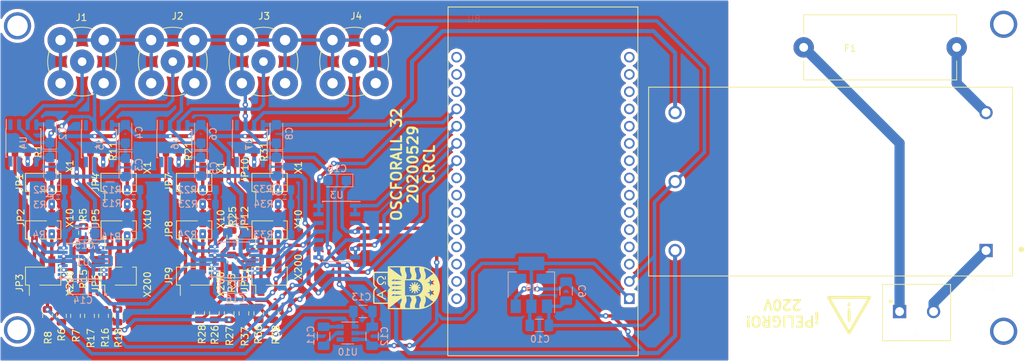
<source format=kicad_pcb>
(kicad_pcb (version 20171130) (host pcbnew "(5.1.0)-1")
  (layers (0 F.Cu signal) (31 B.Cu signal) (34 B.Paste user) (35 F.Paste user) (36 B.SilkS user) (37 F.SilkS user) (38 B.Mask user) (39 F.Mask user) (44 Edge.Cuts user))
  (net 0 "")
  (net 1 "Net-(F1-Pad2)")
  (net 2 "Net-(F1-Pad1)")
  (net 3 "Net-(J1-Pad1)")
  (net 4 "Net-(J2-Pad1)")
  (net 5 "Net-(J3-Pad1)")
  (net 6 "Net-(J4-Pad1)")
  (net 7 "Net-(JP1-Pad1)")
  (net 8 "Net-(R2-Pad1)")
  (net 9 "Net-(JP1-Pad2)")
  (net 10 "Net-(JP2-Pad2)")
  (net 11 "Net-(JP3-Pad2)")
  (net 12 "Net-(JP4-Pad1)")
  (net 13 "Net-(JP4-Pad2)")
  (net 14 "Net-(JP5-Pad2)")
  (net 15 "Net-(JP6-Pad2)")
  (net 16 "Net-(JP7-Pad1)")
  (net 17 "Net-(JP7-Pad2)")
  (net 18 "Net-(JP8-Pad2)")
  (net 19 "Net-(JP9-Pad2)")
  (net 20 "Net-(JP10-Pad1)")
  (net 21 "Net-(JP10-Pad2)")
  (net 22 "Net-(JP11-Pad2)")
  (net 23 ADC4)
  (net 24 ADC3)
  (net 25 ADC2)
  (net 26 ADC1)
  (net 27 "Net-(R12-Pad1)")
  (net 28 "Net-(R22-Pad1)")
  (net 29 12V)
  (net 30 -12V)
  (net 31 3.3V)
  (net 32 -3.3V)
  (net 33 Earth)
  (net 34 "Net-(R1-Pad2)")
  (net 35 "Net-(R11-Pad2)")
  (net 36 "Net-(R21-Pad2)")
  (net 37 "Net-(R31-Pad2)")
  (net 38 "Net-(J5-Pad2)")
  (net 39 "Net-(JP12-Pad2)")
  (net 40 "Net-(R5-Pad1)")
  (net 41 "Net-(R6-Pad2)")
  (net 42 "Net-(R8-Pad1)")
  (net 43 "Net-(R15-Pad1)")
  (net 44 "Net-(R16-Pad2)")
  (net 45 "Net-(R18-Pad1)")
  (net 46 "Net-(R25-Pad1)")
  (net 47 "Net-(R26-Pad2)")
  (net 48 "Net-(R28-Pad1)")
  (net 49 "Net-(R32-Pad1)")
  (net 50 "Net-(R35-Pad1)")
  (net 51 "Net-(R36-Pad2)")
  (net 52 "Net-(R38-Pad1)")
  (net 53 "Net-(C11-Pad1)")
  (net 54 "Net-(C11-Pad2)")
  (module Peligro:Peligro (layer F.Cu) (at 196.7738 115.3414 180)
    (fp_text reference G*** hide)
    (fp_text value LOGO hide)
  )
  (module Logo:Logo (layer F.Cu) (at 131.699 111.252 90)
    (fp_text reference G*** hide)
    (fp_text value LOGO hide)
  )
  (module Capacitor_SMD:C_1206_3216Metric (layer B.Cu) (at 155.1686 111.7854 270)
    (fp_text reference C9 (at 0 -2.3876 270) (layer B.SilkS) (effects (justify mirror)))
    (fp_text value 10u)
    (pad 2 smd roundrect (at 1.4 0 270) (size 1.25 1.75) (layers B.Cu B.Paste B.Mask) (roundrect_rratio 0.2) (net 33 Earth))
    (pad 1 smd roundrect (at -1.4 0 270) (size 1.25 1.75) (layers B.Cu B.Paste B.Mask) (roundrect_rratio 0.2) (net 29 12V))
  )
  (module RAC05_12DC:RAC05_12DC (layer F.Cu) (at 194.056 95.66 180)
    (fp_text reference PS1 (at -22.505 -15.239 180) (layer F.SilkS) (effects (font (size 1.4 1.4) (thickness 0.015))))
    (fp_text value RAC05-12DC)
    (pad 1 thru_hole rect (at -22.86 -10.16 180) (size 1.95 1.95) (drill 1.3) (layers *.Cu *.Mask) (net 38 "Net-(J5-Pad2)"))
    (pad 2 thru_hole circle (at -22.86 10.16 180) (size 1.95 1.95) (drill 1.3) (layers *.Cu *.Mask) (net 2 "Net-(F1-Pad1)"))
    (pad 3 thru_hole circle (at 22.86 -10.16 180) (size 1.95 1.95) (drill 1.3) (layers *.Cu *.Mask) (net 29 12V))
    (pad 4 thru_hole circle (at 22.86 0 180) (size 1.95 1.95) (drill 1.3) (layers *.Cu *.Mask) (net 33 Earth))
    (pad 5 thru_hole circle (at 22.86 10.16 180) (size 1.95 1.95) (drill 1.3) (layers *.Cu *.Mask) (net 30 -12V))
  )
  (module Resistor_SMD:R_0805_2012Metric (layer F.Cu) (at 101.28 115.068 270)
    (fp_text reference R28 (at 3.09 -0.36 270) (layer F.SilkS))
    (fp_text value 100k)
    (pad 2 smd roundrect (at 0.9375 0 270) (size 0.975 1.4) (layers F.Cu F.Paste F.Mask) (net 46 "Net-(R25-Pad1)"))
    (pad 1 smd roundrect (at -0.9375 0 270) (size 0.975 1.4) (layers F.Cu F.Paste F.Mask) (net 48 "Net-(R28-Pad1)"))
  )
  (module Connector_PinHeader_2.54mm:PinHeader_1x02_P2.54mm_Vertical_SMD_Pin1Left (layer F.Cu) (at 78.266 109.58 90)
    (fp_text reference JP3 (at -1.02 -3.466 90) (layer F.SilkS))
    (fp_text value Jumper)
    (pad 1 smd rect (at -1.655 -1.27 90) (size 2.51 1) (layers F.Cu F.Paste F.Mask) (net 7 "Net-(JP1-Pad1)"))
    (pad 2 smd rect (at 1.655 1.27 90) (size 2.51 1) (layers F.Cu F.Paste F.Mask) (net 11 "Net-(JP3-Pad2)"))
  )
  (module Resistor_SMD:R_0805_2012Metric (layer B.Cu) (at 113.766 98.98 180)
    (fp_text reference R34 (at 3.1 0 180) (layer B.SilkS) (effects (justify mirror)))
    (fp_text value 1k)
    (pad 1 smd roundrect (at -0.9375 0 180) (size 0.975 1.4) (layers B.Cu B.Paste B.Mask) (net 49 "Net-(R32-Pad1)"))
    (pad 2 smd roundrect (at 0.9375 0 180) (size 0.975 1.4) (layers B.Cu B.Paste B.Mask) (net 39 "Net-(JP12-Pad2)"))
  )
  (module Capacitor_Tantalum_SMD:CP_EIA-3216-18_Kemet-A (layer B.Cu) (at 90.366 93.58 270)
    (fp_text reference C3 (at -0.4 -2 270) (layer B.SilkS) (effects (justify mirror)))
    (fp_text value 0.1u)
    (pad 1 smd roundrect (at -1.35 0 270) (size 1.4 1.35) (layers B.Cu B.Paste B.Mask) (roundrect_rratio 0.185185) (net 33 Earth))
    (pad 2 smd roundrect (at 1.35 0 270) (size 1.4 1.35) (layers B.Cu B.Paste B.Mask) (roundrect_rratio 0.185185) (net 29 12V))
  )
  (module Capacitor_Tantalum_SMD:CP_EIA-3216-18_Kemet-A (layer B.Cu) (at 90.366 88.65 90)
    (fp_text reference C4 (at 0.2 2 90) (layer B.SilkS) (effects (justify mirror)))
    (fp_text value 0.1u)
    (pad 2 smd roundrect (at 1.35 0 90) (size 1.4 1.35) (layers B.Cu B.Paste B.Mask) (roundrect_rratio 0.185185) (net 30 -12V))
    (pad 1 smd roundrect (at -1.35 0 90) (size 1.4 1.35) (layers B.Cu B.Paste B.Mask) (roundrect_rratio 0.185185) (net 33 Earth))
  )
  (module Capacitor_Tantalum_SMD:CP_EIA-3216-18_Kemet-A (layer B.Cu) (at 112.566 93.48 270)
    (fp_text reference C7 (at 3.3 0 270) (layer B.SilkS) (effects (justify mirror)))
    (fp_text value 0.1u)
    (pad 2 smd roundrect (at 1.35 0 270) (size 1.4 1.35) (layers B.Cu B.Paste B.Mask) (roundrect_rratio 0.185185) (net 29 12V))
    (pad 1 smd roundrect (at -1.35 0 270) (size 1.4 1.35) (layers B.Cu B.Paste B.Mask) (roundrect_rratio 0.185185) (net 33 Earth))
  )
  (module Capacitor_Tantalum_SMD:CP_EIA-3216-18_Kemet-A (layer B.Cu) (at 101.466 93.48 270)
    (fp_text reference C5 (at 0.2 -1.9 270) (layer B.SilkS) (effects (justify mirror)))
    (fp_text value 0.1u)
    (pad 1 smd roundrect (at -1.35 0 270) (size 1.4 1.35) (layers B.Cu B.Paste B.Mask) (roundrect_rratio 0.185185) (net 33 Earth))
    (pad 2 smd roundrect (at 1.35 0 270) (size 1.4 1.35) (layers B.Cu B.Paste B.Mask) (roundrect_rratio 0.185185) (net 29 12V))
  )
  (module Capacitor_Tantalum_SMD:CP_EIA-3216-18_Kemet-A (layer B.Cu) (at 112.566 88.65 90)
    (fp_text reference C8 (at 0.07 1.9 90) (layer B.SilkS) (effects (justify mirror)))
    (fp_text value 0.1u)
    (pad 1 smd roundrect (at -1.35 0 90) (size 1.4 1.35) (layers B.Cu B.Paste B.Mask) (roundrect_rratio 0.185185) (net 33 Earth))
    (pad 2 smd roundrect (at 1.35 0 90) (size 1.4 1.35) (layers B.Cu B.Paste B.Mask) (roundrect_rratio 0.185185) (net 30 -12V))
  )
  (module Capacitor_Tantalum_SMD:CP_EIA-3216-18_Kemet-A (layer B.Cu) (at 101.466 88.65 90)
    (fp_text reference C6 (at 0 1.8 90) (layer B.SilkS) (effects (justify mirror)))
    (fp_text value 0.1u)
    (pad 2 smd roundrect (at 1.35 0 90) (size 1.4 1.35) (layers B.Cu B.Paste B.Mask) (roundrect_rratio 0.185185) (net 30 -12V))
    (pad 1 smd roundrect (at -1.35 0 90) (size 1.4 1.35) (layers B.Cu B.Paste B.Mask) (roundrect_rratio 0.185185) (net 33 Earth))
  )
  (module Capacitor_Tantalum_SMD:CP_EIA-3216-18_Kemet-A (layer B.Cu) (at 79.266 93.48 270)
    (fp_text reference C1 (at 3.9 0 270) (layer B.SilkS) (effects (justify mirror)))
    (fp_text value 0.1u)
    (pad 1 smd roundrect (at -1.35 0 270) (size 1.4 1.35) (layers B.Cu B.Paste B.Mask) (roundrect_rratio 0.185185) (net 33 Earth))
    (pad 2 smd roundrect (at 1.35 0 270) (size 1.4 1.35) (layers B.Cu B.Paste B.Mask) (roundrect_rratio 0.185185) (net 29 12V))
  )
  (module Capacitor_Tantalum_SMD:CP_EIA-3216-18_Kemet-A (layer B.Cu) (at 79.266 88.58 90)
    (fp_text reference C2 (at 0 1.9 90) (layer B.SilkS) (effects (justify mirror)))
    (fp_text value 0.1u)
    (pad 2 smd roundrect (at 1.35 0 90) (size 1.4 1.35) (layers B.Cu B.Paste B.Mask) (roundrect_rratio 0.185185) (net 30 -12V))
    (pad 1 smd roundrect (at -1.35 0 90) (size 1.4 1.35) (layers B.Cu B.Paste B.Mask) (roundrect_rratio 0.185185) (net 33 Earth))
  )
  (module Connector_Coaxial:BNC_TEConnectivity_1478204_Vertical (layer F.Cu) (at 84 78)
    (fp_text reference J1 (at -0.1 -6.5) (layer F.SilkS))
    (fp_text value Conn_Coaxial)
    (pad 2 thru_hole circle (at -3.175 -3.175) (size 3.81 3.81) (drill 1.524) (layers *.Cu *.Mask) (net 33 Earth))
    (pad 1 thru_hole circle (at 0 0) (size 3.556 3.556) (drill 1.27) (layers *.Cu *.Mask) (net 3 "Net-(J1-Pad1)"))
    (pad 2 thru_hole circle (at 3.175 -3.175) (size 3.81 3.81) (drill 1.524) (layers *.Cu *.Mask) (net 33 Earth))
    (pad 2 thru_hole circle (at -3.175 3.175) (size 3.81 3.81) (drill 1.524) (layers *.Cu *.Mask) (net 33 Earth))
    (pad 2 thru_hole circle (at 3.175 3.175) (size 3.81 3.81) (drill 1.524) (layers *.Cu *.Mask) (net 33 Earth))
  )
  (module Connector_Coaxial:BNC_TEConnectivity_1478204_Vertical (layer F.Cu) (at 97.333333 78 90)
    (fp_text reference J2 (at 6.7 0.7 180) (layer F.SilkS))
    (fp_text value Conn_Coaxial)
    (pad 2 thru_hole circle (at 3.175 3.175 90) (size 3.81 3.81) (drill 1.524) (layers *.Cu *.Mask) (net 33 Earth))
    (pad 2 thru_hole circle (at -3.175 3.175 90) (size 3.81 3.81) (drill 1.524) (layers *.Cu *.Mask) (net 33 Earth))
    (pad 2 thru_hole circle (at 3.175 -3.175 90) (size 3.81 3.81) (drill 1.524) (layers *.Cu *.Mask) (net 33 Earth))
    (pad 1 thru_hole circle (at 0 0 90) (size 3.556 3.556) (drill 1.27) (layers *.Cu *.Mask) (net 4 "Net-(J2-Pad1)"))
    (pad 2 thru_hole circle (at -3.175 -3.175 90) (size 3.81 3.81) (drill 1.524) (layers *.Cu *.Mask) (net 33 Earth))
  )
  (module Connector_Coaxial:BNC_TEConnectivity_1478204_Vertical (layer F.Cu) (at 110.666666 78 90)
    (fp_text reference J3 (at 6.7 0.1 180) (layer F.SilkS))
    (fp_text value Conn_Coaxial)
    (pad 2 thru_hole circle (at 3.175 3.175 90) (size 3.81 3.81) (drill 1.524) (layers *.Cu *.Mask) (net 33 Earth))
    (pad 2 thru_hole circle (at -3.175 3.175 90) (size 3.81 3.81) (drill 1.524) (layers *.Cu *.Mask) (net 33 Earth))
    (pad 2 thru_hole circle (at 3.175 -3.175 90) (size 3.81 3.81) (drill 1.524) (layers *.Cu *.Mask) (net 33 Earth))
    (pad 1 thru_hole circle (at 0 0 90) (size 3.556 3.556) (drill 1.27) (layers *.Cu *.Mask) (net 5 "Net-(J3-Pad1)"))
    (pad 2 thru_hole circle (at -3.175 -3.175 90) (size 3.81 3.81) (drill 1.524) (layers *.Cu *.Mask) (net 33 Earth))
  )
  (module Connector_Coaxial:BNC_TEConnectivity_1478204_Vertical (layer F.Cu) (at 124 78 90)
    (fp_text reference J4 (at 6.7 0.3 180) (layer F.SilkS))
    (fp_text value Conn_Coaxial)
    (pad 2 thru_hole circle (at -3.175 -3.175 90) (size 3.81 3.81) (drill 1.524) (layers *.Cu *.Mask) (net 33 Earth))
    (pad 1 thru_hole circle (at 0 0 90) (size 3.556 3.556) (drill 1.27) (layers *.Cu *.Mask) (net 6 "Net-(J4-Pad1)"))
    (pad 2 thru_hole circle (at 3.175 -3.175 90) (size 3.81 3.81) (drill 1.524) (layers *.Cu *.Mask) (net 33 Earth))
    (pad 2 thru_hole circle (at -3.175 3.175 90) (size 3.81 3.81) (drill 1.524) (layers *.Cu *.Mask) (net 33 Earth))
    (pad 2 thru_hole circle (at 3.175 3.175 90) (size 3.81 3.81) (drill 1.524) (layers *.Cu *.Mask) (net 33 Earth))
  )
  (module Connector_PinHeader_2.54mm:PinHeader_1x02_P2.54mm_Vertical_SMD_Pin1Left (layer F.Cu) (at 78.266 95.78 90)
    (fp_text reference JP1 (at -0.02 -3.466 90) (layer F.SilkS))
    (fp_text value Jumper)
    (pad 2 smd rect (at 1.655 1.27 90) (size 2.51 1) (layers F.Cu F.Paste F.Mask) (net 9 "Net-(JP1-Pad2)"))
    (pad 1 smd rect (at -1.655 -1.27 90) (size 2.51 1) (layers F.Cu F.Paste F.Mask) (net 7 "Net-(JP1-Pad1)"))
  )
  (module Connector_PinHeader_2.54mm:PinHeader_1x02_P2.54mm_Vertical_SMD_Pin1Left (layer F.Cu) (at 78.266 102.78 90)
    (fp_text reference JP2 (at 1.78 -3.266 90) (layer F.SilkS))
    (fp_text value Jumper)
    (pad 2 smd rect (at 1.655 1.27 90) (size 2.51 1) (layers F.Cu F.Paste F.Mask) (net 10 "Net-(JP2-Pad2)"))
    (pad 1 smd rect (at -1.655 -1.27 90) (size 2.51 1) (layers F.Cu F.Paste F.Mask) (net 7 "Net-(JP1-Pad1)"))
  )
  (module Connector_PinHeader_2.54mm:PinHeader_1x02_P2.54mm_Vertical_SMD_Pin1Left (layer F.Cu) (at 89.366 95.78 90)
    (fp_text reference JP4 (at -0.02 -3.366 90) (layer F.SilkS))
    (fp_text value Jumper)
    (pad 1 smd rect (at -1.655 -1.27 90) (size 2.51 1) (layers F.Cu F.Paste F.Mask) (net 12 "Net-(JP4-Pad1)"))
    (pad 2 smd rect (at 1.655 1.27 90) (size 2.51 1) (layers F.Cu F.Paste F.Mask) (net 13 "Net-(JP4-Pad2)"))
  )
  (module Connector_PinHeader_2.54mm:PinHeader_1x02_P2.54mm_Vertical_SMD_Pin1Left (layer F.Cu) (at 89.366 102.78 90)
    (fp_text reference JP5 (at 1.78 -3.366 90) (layer F.SilkS))
    (fp_text value Jumper)
    (pad 2 smd rect (at 1.655 1.27 90) (size 2.51 1) (layers F.Cu F.Paste F.Mask) (net 14 "Net-(JP5-Pad2)"))
    (pad 1 smd rect (at -1.655 -1.27 90) (size 2.51 1) (layers F.Cu F.Paste F.Mask) (net 12 "Net-(JP4-Pad1)"))
  )
  (module Connector_PinHeader_2.54mm:PinHeader_1x02_P2.54mm_Vertical_SMD_Pin1Left (layer F.Cu) (at 89.366 109.58 90)
    (fp_text reference JP6 (at -1.02 -3.366 90) (layer F.SilkS))
    (fp_text value Jumper)
    (pad 1 smd rect (at -1.655 -1.27 90) (size 2.51 1) (layers F.Cu F.Paste F.Mask) (net 12 "Net-(JP4-Pad1)"))
    (pad 2 smd rect (at 1.655 1.27 90) (size 2.51 1) (layers F.Cu F.Paste F.Mask) (net 15 "Net-(JP6-Pad2)"))
  )
  (module Connector_PinHeader_2.54mm:PinHeader_1x02_P2.54mm_Vertical_SMD_Pin1Left (layer F.Cu) (at 100.466 95.78 90)
    (fp_text reference JP7 (at 0 -3.7 90) (layer F.SilkS))
    (fp_text value Jumper)
    (pad 1 smd rect (at -1.655 -1.27 90) (size 2.51 1) (layers F.Cu F.Paste F.Mask) (net 16 "Net-(JP7-Pad1)"))
    (pad 2 smd rect (at 1.655 1.27 90) (size 2.51 1) (layers F.Cu F.Paste F.Mask) (net 17 "Net-(JP7-Pad2)"))
  )
  (module Connector_PinHeader_2.54mm:PinHeader_1x02_P2.54mm_Vertical_SMD_Pin1Left (layer F.Cu) (at 100.466 102.78 90)
    (fp_text reference JP8 (at 0 -3.7 90) (layer F.SilkS))
    (fp_text value Jumper)
    (pad 2 smd rect (at 1.655 1.27 90) (size 2.51 1) (layers F.Cu F.Paste F.Mask) (net 18 "Net-(JP8-Pad2)"))
    (pad 1 smd rect (at -1.655 -1.27 90) (size 2.51 1) (layers F.Cu F.Paste F.Mask) (net 16 "Net-(JP7-Pad1)"))
  )
  (module Connector_PinHeader_2.54mm:PinHeader_1x02_P2.54mm_Vertical_SMD_Pin1Left (layer F.Cu) (at 100.466 109.58 90)
    (fp_text reference JP9 (at 0 -3.7 90) (layer F.SilkS))
    (fp_text value Jumper)
    (pad 2 smd rect (at 1.655 1.27 90) (size 2.51 1) (layers F.Cu F.Paste F.Mask) (net 19 "Net-(JP9-Pad2)"))
    (pad 1 smd rect (at -1.655 -1.27 90) (size 2.51 1) (layers F.Cu F.Paste F.Mask) (net 16 "Net-(JP7-Pad1)"))
  )
  (module Connector_PinHeader_2.54mm:PinHeader_1x02_P2.54mm_Vertical_SMD_Pin1Left (layer F.Cu) (at 111.566 95.78 90)
    (fp_text reference JP10 (at 1.77 -3.62 90) (layer F.SilkS))
    (fp_text value Jumper)
    (pad 1 smd rect (at -1.655 -1.27 90) (size 2.51 1) (layers F.Cu F.Paste F.Mask) (net 20 "Net-(JP10-Pad1)"))
    (pad 2 smd rect (at 1.655 1.27 90) (size 2.51 1) (layers F.Cu F.Paste F.Mask) (net 21 "Net-(JP10-Pad2)"))
  )
  (module Connector_PinHeader_2.54mm:PinHeader_1x02_P2.54mm_Vertical_SMD_Pin1Left (layer F.Cu) (at 111.566 109.58 90)
    (fp_text reference JP11 (at -0.53 -3.65 90) (layer F.SilkS))
    (fp_text value Jumper)
    (pad 2 smd rect (at 1.655 1.27 90) (size 2.51 1) (layers F.Cu F.Paste F.Mask) (net 22 "Net-(JP11-Pad2)"))
    (pad 1 smd rect (at -1.655 -1.27 90) (size 2.51 1) (layers F.Cu F.Paste F.Mask) (net 20 "Net-(JP10-Pad1)"))
  )
  (module Connector_PinHeader_2.54mm:PinHeader_1x02_P2.54mm_Vertical_SMD_Pin1Left (layer F.Cu) (at 111.566 102.78 90)
    (fp_text reference JP12 (at 1.68 -3.65 90) (layer F.SilkS))
    (fp_text value Jumper)
    (pad 1 smd rect (at -1.655 -1.27 90) (size 2.51 1) (layers F.Cu F.Paste F.Mask) (net 20 "Net-(JP10-Pad1)"))
    (pad 2 smd rect (at 1.655 1.27 90) (size 2.51 1) (layers F.Cu F.Paste F.Mask) (net 39 "Net-(JP12-Pad2)"))
  )
  (module Resistor_SMD:R_0805_2012Metric (layer F.Cu) (at 75.066 91.28)
    (fp_text reference R1 (at 2.5 -0.1 -270) (layer F.SilkS))
    (fp_text value 200k)
    (pad 2 smd roundrect (at 0.9375 0) (size 0.975 1.4) (layers F.Cu F.Paste F.Mask) (net 34 "Net-(R1-Pad2)"))
    (pad 1 smd roundrect (at -0.9375 0) (size 0.975 1.4) (layers F.Cu F.Paste F.Mask) (net 7 "Net-(JP1-Pad1)"))
  )
  (module Resistor_SMD:R_0805_2012Metric (layer B.Cu) (at 80.466 96.88 180)
    (fp_text reference R2 (at 2.7 0) (layer B.SilkS) (effects (justify mirror)))
    (fp_text value 200k)
    (pad 2 smd roundrect (at 0.9375 0 180) (size 0.975 1.4) (layers B.Cu B.Paste B.Mask) (net 9 "Net-(JP1-Pad2)"))
    (pad 1 smd roundrect (at -0.9375 0 180) (size 0.975 1.4) (layers B.Cu B.Paste B.Mask) (net 8 "Net-(R2-Pad1)"))
  )
  (module Resistor_SMD:R_0805_2012Metric (layer B.Cu) (at 80.466 98.98 180)
    (fp_text reference R3 (at 2.7 -0.1) (layer B.SilkS) (effects (justify mirror)))
    (fp_text value 20k)
    (pad 1 smd roundrect (at -0.9375 0 180) (size 0.975 1.4) (layers B.Cu B.Paste B.Mask) (net 8 "Net-(R2-Pad1)"))
    (pad 2 smd roundrect (at 0.9375 0 180) (size 0.975 1.4) (layers B.Cu B.Paste B.Mask) (net 10 "Net-(JP2-Pad2)"))
  )
  (module Resistor_SMD:R_0805_2012Metric (layer B.Cu) (at 80.466 103.38 180)
    (fp_text reference R4 (at 2.8 -0.1) (layer B.SilkS) (effects (justify mirror)))
    (fp_text value 1k)
    (pad 2 smd roundrect (at 0.9375 0 180) (size 0.975 1.4) (layers B.Cu B.Paste B.Mask) (net 11 "Net-(JP3-Pad2)"))
    (pad 1 smd roundrect (at -0.9375 0 180) (size 0.975 1.4) (layers B.Cu B.Paste B.Mask) (net 8 "Net-(R2-Pad1)"))
  )
  (module Resistor_SMD:R_0805_2012Metric (layer F.Cu) (at 86.166 91.28)
    (fp_text reference R11 (at 2.4 -0.1 -270) (layer F.SilkS))
    (fp_text value 200k)
    (pad 1 smd roundrect (at -0.9375 0) (size 0.975 1.4) (layers F.Cu F.Paste F.Mask) (net 12 "Net-(JP4-Pad1)"))
    (pad 2 smd roundrect (at 0.9375 0) (size 0.975 1.4) (layers F.Cu F.Paste F.Mask) (net 35 "Net-(R11-Pad2)"))
  )
  (module Resistor_SMD:R_0805_2012Metric (layer B.Cu) (at 91.566 96.88 180)
    (fp_text reference R12 (at 3.2 0 180) (layer B.SilkS) (effects (justify mirror)))
    (fp_text value 200k)
    (pad 2 smd roundrect (at 0.9375 0 180) (size 0.975 1.4) (layers B.Cu B.Paste B.Mask) (net 13 "Net-(JP4-Pad2)"))
    (pad 1 smd roundrect (at -0.9375 0 180) (size 0.975 1.4) (layers B.Cu B.Paste B.Mask) (net 27 "Net-(R12-Pad1)"))
  )
  (module Resistor_SMD:R_0805_2012Metric (layer B.Cu) (at 91.566 98.98 180)
    (fp_text reference R13 (at 3.2 0.1 180) (layer B.SilkS) (effects (justify mirror)))
    (fp_text value 20k)
    (pad 1 smd roundrect (at -0.9375 0 180) (size 0.975 1.4) (layers B.Cu B.Paste B.Mask) (net 27 "Net-(R12-Pad1)"))
    (pad 2 smd roundrect (at 0.9375 0 180) (size 0.975 1.4) (layers B.Cu B.Paste B.Mask) (net 14 "Net-(JP5-Pad2)"))
  )
  (module Resistor_SMD:R_0805_2012Metric (layer B.Cu) (at 91.566 103.68 180)
    (fp_text reference R14 (at 3.3 -0.1) (layer B.SilkS) (effects (justify mirror)))
    (fp_text value 1k)
    (pad 2 smd roundrect (at 0.9375 0 180) (size 0.975 1.4) (layers B.Cu B.Paste B.Mask) (net 15 "Net-(JP6-Pad2)"))
    (pad 1 smd roundrect (at -0.9375 0 180) (size 0.975 1.4) (layers B.Cu B.Paste B.Mask) (net 27 "Net-(R12-Pad1)"))
  )
  (module Resistor_SMD:R_0805_2012Metric (layer F.Cu) (at 97.266 91.28)
    (fp_text reference R21 (at 2.4 -0.1 -270) (layer F.SilkS))
    (fp_text value 200k)
    (pad 2 smd roundrect (at 0.9375 0) (size 0.975 1.4) (layers F.Cu F.Paste F.Mask) (net 36 "Net-(R21-Pad2)"))
    (pad 1 smd roundrect (at -0.9375 0) (size 0.975 1.4) (layers F.Cu F.Paste F.Mask) (net 16 "Net-(JP7-Pad1)"))
  )
  (module Resistor_SMD:R_0805_2012Metric (layer B.Cu) (at 102.666 96.88 180)
    (fp_text reference R22 (at 3.2 0 180) (layer B.SilkS) (effects (justify mirror)))
    (fp_text value 200k)
    (pad 1 smd roundrect (at -0.9375 0 180) (size 0.975 1.4) (layers B.Cu B.Paste B.Mask) (net 28 "Net-(R22-Pad1)"))
    (pad 2 smd roundrect (at 0.9375 0 180) (size 0.975 1.4) (layers B.Cu B.Paste B.Mask) (net 17 "Net-(JP7-Pad2)"))
  )
  (module Resistor_SMD:R_0805_2012Metric (layer B.Cu) (at 102.666 98.98 180)
    (fp_text reference R23 (at 3.1 0 180) (layer B.SilkS) (effects (justify mirror)))
    (fp_text value 20k)
    (pad 2 smd roundrect (at 0.9375 0 180) (size 0.975 1.4) (layers B.Cu B.Paste B.Mask) (net 18 "Net-(JP8-Pad2)"))
    (pad 1 smd roundrect (at -0.9375 0 180) (size 0.975 1.4) (layers B.Cu B.Paste B.Mask) (net 28 "Net-(R22-Pad1)"))
  )
  (module Resistor_SMD:R_0805_2012Metric (layer B.Cu) (at 102.666 103.38 180)
    (fp_text reference R24 (at 3.2 -0.1 180) (layer B.SilkS) (effects (justify mirror)))
    (fp_text value 1k)
    (pad 1 smd roundrect (at -0.9375 0 180) (size 0.975 1.4) (layers B.Cu B.Paste B.Mask) (net 28 "Net-(R22-Pad1)"))
    (pad 2 smd roundrect (at 0.9375 0 180) (size 0.975 1.4) (layers B.Cu B.Paste B.Mask) (net 19 "Net-(JP9-Pad2)"))
  )
  (module Resistor_SMD:R_0805_2012Metric (layer F.Cu) (at 108.366 91.28)
    (fp_text reference R31 (at 2.4 0 -270) (layer F.SilkS))
    (fp_text value 200k)
    (pad 2 smd roundrect (at 0.9375 0) (size 0.975 1.4) (layers F.Cu F.Paste F.Mask) (net 37 "Net-(R31-Pad2)"))
    (pad 1 smd roundrect (at -0.9375 0) (size 0.975 1.4) (layers F.Cu F.Paste F.Mask) (net 20 "Net-(JP10-Pad1)"))
  )
  (module Resistor_SMD:R_0805_2012Metric (layer B.Cu) (at 113.766 96.88 180)
    (fp_text reference R32 (at 3.2 0.1 180) (layer B.SilkS) (effects (justify mirror)))
    (fp_text value 200k)
    (pad 2 smd roundrect (at 0.9375 0 180) (size 0.975 1.4) (layers B.Cu B.Paste B.Mask) (net 21 "Net-(JP10-Pad2)"))
    (pad 1 smd roundrect (at -0.9375 0 180) (size 0.975 1.4) (layers B.Cu B.Paste B.Mask) (net 49 "Net-(R32-Pad1)"))
  )
  (module Resistor_SMD:R_0805_2012Metric (layer B.Cu) (at 113.766 103.48 180)
    (fp_text reference R33 (at 3.1 0 180) (layer B.SilkS) (effects (justify mirror)))
    (fp_text value 20k)
    (pad 1 smd roundrect (at -0.9375 0 180) (size 0.975 1.4) (layers B.Cu B.Paste B.Mask) (net 49 "Net-(R32-Pad1)"))
    (pad 2 smd roundrect (at 0.9375 0 180) (size 0.975 1.4) (layers B.Cu B.Paste B.Mask) (net 22 "Net-(JP11-Pad2)"))
  )
  (module Package_SO:SOIC-8_3.9x4.9mm_P1.27mm (layer B.Cu) (at 86.466 90.08 270)
    (fp_text reference U5 (at 0 -0.2 270) (layer B.SilkS) (effects (justify mirror)))
    (fp_text value INA128)
    (pad 1 smd rect (at -2.7 1.905 270) (size 1.55 0.6) (layers B.Cu B.Paste B.Mask))
    (pad 2 smd rect (at -2.7 0.635 270) (size 1.55 0.6) (layers B.Cu B.Paste B.Mask) (net 33 Earth))
    (pad 3 smd rect (at -2.7 -0.635 270) (size 1.55 0.6) (layers B.Cu B.Paste B.Mask) (net 4 "Net-(J2-Pad1)"))
    (pad 4 smd rect (at -2.7 -1.905 270) (size 1.55 0.6) (layers B.Cu B.Paste B.Mask) (net 30 -12V))
    (pad 5 smd rect (at 2.7 -1.905 270) (size 1.55 0.6) (layers B.Cu B.Paste B.Mask) (net 33 Earth))
    (pad 6 smd rect (at 2.7 -0.635 270) (size 1.55 0.6) (layers B.Cu B.Paste B.Mask) (net 35 "Net-(R11-Pad2)"))
    (pad 7 smd rect (at 2.7 0.635 270) (size 1.55 0.6) (layers B.Cu B.Paste B.Mask) (net 29 12V))
    (pad 8 smd rect (at 2.7 1.905 270) (size 1.55 0.6) (layers B.Cu B.Paste B.Mask))
  )
  (module Package_SO:SOIC-8_3.9x4.9mm_P1.27mm (layer B.Cu) (at 108.666 90.08 270)
    (fp_text reference U7 (at 0 0.1 270) (layer B.SilkS) (effects (justify mirror)))
    (fp_text value INA128)
    (pad 8 smd rect (at 2.7 1.905 270) (size 1.55 0.6) (layers B.Cu B.Paste B.Mask))
    (pad 7 smd rect (at 2.7 0.635 270) (size 1.55 0.6) (layers B.Cu B.Paste B.Mask) (net 29 12V))
    (pad 6 smd rect (at 2.7 -0.635 270) (size 1.55 0.6) (layers B.Cu B.Paste B.Mask) (net 37 "Net-(R31-Pad2)"))
    (pad 5 smd rect (at 2.7 -1.905 270) (size 1.55 0.6) (layers B.Cu B.Paste B.Mask) (net 33 Earth))
    (pad 4 smd rect (at -2.7 -1.905 270) (size 1.55 0.6) (layers B.Cu B.Paste B.Mask) (net 30 -12V))
    (pad 3 smd rect (at -2.7 -0.635 270) (size 1.55 0.6) (layers B.Cu B.Paste B.Mask) (net 6 "Net-(J4-Pad1)"))
    (pad 2 smd rect (at -2.7 0.635 270) (size 1.55 0.6) (layers B.Cu B.Paste B.Mask) (net 33 Earth))
    (pad 1 smd rect (at -2.7 1.905 270) (size 1.55 0.6) (layers B.Cu B.Paste B.Mask))
  )
  (module Package_SO:SOIC-8_3.9x4.9mm_P1.27mm (layer B.Cu) (at 97.566 90.08 270)
    (fp_text reference U6 (at -0.1 -0.1 270) (layer B.SilkS) (effects (justify mirror)))
    (fp_text value INA128)
    (pad 1 smd rect (at -2.7 1.905 270) (size 1.55 0.6) (layers B.Cu B.Paste B.Mask))
    (pad 2 smd rect (at -2.7 0.635 270) (size 1.55 0.6) (layers B.Cu B.Paste B.Mask) (net 33 Earth))
    (pad 3 smd rect (at -2.7 -0.635 270) (size 1.55 0.6) (layers B.Cu B.Paste B.Mask) (net 5 "Net-(J3-Pad1)"))
    (pad 4 smd rect (at -2.7 -1.905 270) (size 1.55 0.6) (layers B.Cu B.Paste B.Mask) (net 30 -12V))
    (pad 5 smd rect (at 2.7 -1.905 270) (size 1.55 0.6) (layers B.Cu B.Paste B.Mask) (net 33 Earth))
    (pad 6 smd rect (at 2.7 -0.635 270) (size 1.55 0.6) (layers B.Cu B.Paste B.Mask) (net 36 "Net-(R21-Pad2)"))
    (pad 7 smd rect (at 2.7 0.635 270) (size 1.55 0.6) (layers B.Cu B.Paste B.Mask) (net 29 12V))
    (pad 8 smd rect (at 2.7 1.905 270) (size 1.55 0.6) (layers B.Cu B.Paste B.Mask))
  )
  (module Package_SO:SOIC-8_3.9x4.9mm_P1.27mm (layer B.Cu) (at 75.366 89.98 270)
    (fp_text reference U4 (at 0 0 270) (layer B.SilkS) (effects (justify mirror)))
    (fp_text value INA128)
    (pad 8 smd rect (at 2.7 1.905 270) (size 1.55 0.6) (layers B.Cu B.Paste B.Mask))
    (pad 7 smd rect (at 2.7 0.635 270) (size 1.55 0.6) (layers B.Cu B.Paste B.Mask) (net 29 12V))
    (pad 6 smd rect (at 2.7 -0.635 270) (size 1.55 0.6) (layers B.Cu B.Paste B.Mask) (net 34 "Net-(R1-Pad2)"))
    (pad 5 smd rect (at 2.7 -1.905 270) (size 1.55 0.6) (layers B.Cu B.Paste B.Mask) (net 33 Earth))
    (pad 4 smd rect (at -2.7 -1.905 270) (size 1.55 0.6) (layers B.Cu B.Paste B.Mask) (net 30 -12V))
    (pad 3 smd rect (at -2.7 -0.635 270) (size 1.55 0.6) (layers B.Cu B.Paste B.Mask) (net 3 "Net-(J1-Pad1)"))
    (pad 2 smd rect (at -2.7 0.635 270) (size 1.55 0.6) (layers B.Cu B.Paste B.Mask) (net 33 Earth))
    (pad 1 smd rect (at -2.7 1.905 270) (size 1.55 0.6) (layers B.Cu B.Paste B.Mask))
  )
  (module Terminal_Block:Terminal_Block (layer F.Cu) (at 206.7 114.8)
    (fp_text reference J5 (at -0.3 3.4) (layer F.SilkS) (effects (font (size 0.787402 0.787402) (thickness 0.015))))
    (fp_text value Screw_Terminal)
    (pad 1 thru_hole rect (at -2.5 0) (size 1.95 1.95) (drill 1.3) (layers *.Cu *.Mask) (net 1 "Net-(F1-Pad2)"))
    (pad 2 thru_hole circle (at 2.5 0) (size 1.95 1.95) (drill 1.3) (layers *.Cu *.Mask) (net 38 "Net-(J5-Pad2)"))
  )
  (module Capacitor_Tantalum_SMD:CP_EIA-3216-18_Kemet-A (layer B.Cu) (at 84.306 111.32)
    (fp_text reference C14 (at -0.1812 1.8116) (layer B.SilkS) (effects (justify mirror)))
    (fp_text value 0.1u)
    (pad 2 smd roundrect (at 1.35 0) (size 1.4 1.35) (layers B.Cu B.Paste B.Mask) (roundrect_rratio 0.185185) (net 33 Earth))
    (pad 1 smd roundrect (at -1.35 0) (size 1.4 1.35) (layers B.Cu B.Paste B.Mask) (roundrect_rratio 0.185185) (net 29 12V))
  )
  (module Capacitor_Tantalum_SMD:CP_EIA-3216-18_Kemet-A (layer B.Cu) (at 84.536 103.31 180)
    (fp_text reference C15 (at 0.19 -1.72 180) (layer B.SilkS) (effects (justify mirror)))
    (fp_text value 0.1u)
    (pad 2 smd roundrect (at 1.35 0 180) (size 1.4 1.35) (layers B.Cu B.Paste B.Mask) (roundrect_rratio 0.185185) (net 33 Earth))
    (pad 1 smd roundrect (at -1.35 0 180) (size 1.4 1.35) (layers B.Cu B.Paste B.Mask) (roundrect_rratio 0.185185) (net 30 -12V))
  )
  (module Capacitor_Tantalum_SMD:CP_EIA-3216-18_Kemet-A (layer B.Cu) (at 106.536 111.18)
    (fp_text reference C16 (at 0 1.75) (layer B.SilkS) (effects (justify mirror)))
    (fp_text value 0.1u)
    (pad 2 smd roundrect (at 1.35 0) (size 1.4 1.35) (layers B.Cu B.Paste B.Mask) (roundrect_rratio 0.185185) (net 33 Earth))
    (pad 1 smd roundrect (at -1.35 0) (size 1.4 1.35) (layers B.Cu B.Paste B.Mask) (roundrect_rratio 0.185185) (net 29 12V))
  )
  (module Capacitor_Tantalum_SMD:CP_EIA-3216-18_Kemet-A (layer B.Cu) (at 106.756 103.21 180)
    (fp_text reference C17 (at 0.04 1.8 180) (layer B.SilkS) (effects (justify mirror)))
    (fp_text value 0.1u)
    (pad 1 smd roundrect (at -1.35 0 180) (size 1.4 1.35) (layers B.Cu B.Paste B.Mask) (roundrect_rratio 0.185185) (net 30 -12V))
    (pad 2 smd roundrect (at 1.35 0 180) (size 1.4 1.35) (layers B.Cu B.Paste B.Mask) (roundrect_rratio 0.185185) (net 33 Earth))
  )
  (module Capacitor_SMD:C_1206_3216Metric (layer B.Cu) (at 151.2316 116.84)
    (fp_text reference C10 (at 0.1016 2.0066) (layer B.SilkS) (effects (justify mirror)))
    (fp_text value 10u)
    (pad 1 smd roundrect (at -1.4 0) (size 1.25 1.75) (layers B.Cu B.Paste B.Mask) (roundrect_rratio 0.2) (net 31 3.3V))
    (pad 2 smd roundrect (at 1.4 0) (size 1.25 1.75) (layers B.Cu B.Paste B.Mask) (roundrect_rratio 0.2) (net 33 Earth))
  )
  (module Resistor_SMD:R_0805_2012Metric (layer F.Cu) (at 84.2 103.2 90)
    (fp_text reference R5 (at 2.6625 -0.05 90) (layer F.SilkS))
    (fp_text value 100k)
    (pad 1 smd roundrect (at -0.9375 0 90) (size 0.975 1.4) (layers F.Cu F.Paste F.Mask) (net 40 "Net-(R5-Pad1)"))
    (pad 2 smd roundrect (at 0.9375 0 90) (size 0.975 1.4) (layers F.Cu F.Paste F.Mask) (net 8 "Net-(R2-Pad1)"))
  )
  (module Resistor_SMD:R_0805_2012Metric (layer F.Cu) (at 80.966 115.43 270)
    (fp_text reference R6 (at 2.78 -0.01 270) (layer F.SilkS))
    (fp_text value 100k)
    (pad 2 smd roundrect (at 0.9375 0 270) (size 0.975 1.4) (layers F.Cu F.Paste F.Mask) (net 41 "Net-(R6-Pad2)"))
    (pad 1 smd roundrect (at -0.9375 0 270) (size 0.975 1.4) (layers F.Cu F.Paste F.Mask) (net 40 "Net-(R5-Pad1)"))
  )
  (module Resistor_SMD:R_0805_2012Metric (layer F.Cu) (at 83.026 115.43 270)
    (fp_text reference R7 (at 2.925 -0.1 270) (layer F.SilkS))
    (fp_text value 100k)
    (pad 1 smd roundrect (at -0.9375 0 270) (size 0.975 1.4) (layers F.Cu F.Paste F.Mask) (net 41 "Net-(R6-Pad2)"))
    (pad 2 smd roundrect (at 0.9375 0 270) (size 0.975 1.4) (layers F.Cu F.Paste F.Mask) (net 32 -3.3V))
  )
  (module Resistor_SMD:R_0805_2012Metric (layer F.Cu) (at 78.906 115.43 270)
    (fp_text reference R8 (at 3.22 -0.09 270) (layer F.SilkS))
    (fp_text value 100k)
    (pad 2 smd roundrect (at 0.9375 0 270) (size 0.975 1.4) (layers F.Cu F.Paste F.Mask) (net 40 "Net-(R5-Pad1)"))
    (pad 1 smd roundrect (at -0.9375 0 270) (size 0.975 1.4) (layers F.Cu F.Paste F.Mask) (net 42 "Net-(R8-Pad1)"))
  )
  (module Resistor_SMD:R_0805_2012Metric (layer F.Cu) (at 84.2 106.8 90)
    (fp_text reference R15 (at -3.2 0 90) (layer F.SilkS))
    (fp_text value 100k)
    (pad 2 smd roundrect (at 0.9375 0 90) (size 0.975 1.4) (layers F.Cu F.Paste F.Mask) (net 27 "Net-(R12-Pad1)"))
    (pad 1 smd roundrect (at -0.9375 0 90) (size 0.975 1.4) (layers F.Cu F.Paste F.Mask) (net 43 "Net-(R15-Pad1)"))
  )
  (module Resistor_SMD:R_0805_2012Metric (layer F.Cu) (at 87.146 115.43 270)
    (fp_text reference R16 (at 3.2 -0.25 270) (layer F.SilkS))
    (fp_text value 100k)
    (pad 1 smd roundrect (at -0.9375 0 270) (size 0.975 1.4) (layers F.Cu F.Paste F.Mask) (net 43 "Net-(R15-Pad1)"))
    (pad 2 smd roundrect (at 0.9375 0 270) (size 0.975 1.4) (layers F.Cu F.Paste F.Mask) (net 44 "Net-(R16-Pad2)"))
  )
  (module Resistor_SMD:R_0805_2012Metric (layer F.Cu) (at 85.086 115.43 270)
    (fp_text reference R17 (at 3.3 -0.2 270) (layer F.SilkS))
    (fp_text value 100k)
    (pad 2 smd roundrect (at 0.9375 0 270) (size 0.975 1.4) (layers F.Cu F.Paste F.Mask) (net 32 -3.3V))
    (pad 1 smd roundrect (at -0.9375 0 270) (size 0.975 1.4) (layers F.Cu F.Paste F.Mask) (net 44 "Net-(R16-Pad2)"))
  )
  (module Resistor_SMD:R_0805_2012Metric (layer F.Cu) (at 89.206 115.43 270)
    (fp_text reference R18 (at 3.25 -0.14 270) (layer F.SilkS))
    (fp_text value 100k)
    (pad 1 smd roundrect (at -0.9375 0 270) (size 0.975 1.4) (layers F.Cu F.Paste F.Mask) (net 45 "Net-(R18-Pad1)"))
    (pad 2 smd roundrect (at 0.9375 0 270) (size 0.975 1.4) (layers F.Cu F.Paste F.Mask) (net 43 "Net-(R15-Pad1)"))
  )
  (module Resistor_SMD:R_0805_2012Metric (layer F.Cu) (at 106 103.8 90)
    (fp_text reference R25 (at 3.06 0.134999 90) (layer F.SilkS))
    (fp_text value 100k)
    (pad 2 smd roundrect (at 0.9375 0 90) (size 0.975 1.4) (layers F.Cu F.Paste F.Mask) (net 28 "Net-(R22-Pad1)"))
    (pad 1 smd roundrect (at -0.9375 0 90) (size 0.975 1.4) (layers F.Cu F.Paste F.Mask) (net 46 "Net-(R25-Pad1)"))
  )
  (module Resistor_SMD:R_0805_2012Metric (layer F.Cu) (at 103.452 115.068 270)
    (fp_text reference R26 (at 3.16 -0.068 270) (layer F.SilkS))
    (fp_text value 100k)
    (pad 1 smd roundrect (at -0.9375 0 270) (size 0.975 1.4) (layers F.Cu F.Paste F.Mask) (net 46 "Net-(R25-Pad1)"))
    (pad 2 smd roundrect (at 0.9375 0 270) (size 0.975 1.4) (layers F.Cu F.Paste F.Mask) (net 47 "Net-(R26-Pad2)"))
  )
  (module Resistor_SMD:R_0805_2012Metric (layer F.Cu) (at 105.624 115.068 270)
    (fp_text reference R27 (at 3.35 -0.075 270) (layer F.SilkS))
    (fp_text value 100k)
    (pad 2 smd roundrect (at 0.9375 0 270) (size 0.975 1.4) (layers F.Cu F.Paste F.Mask) (net 32 -3.3V))
    (pad 1 smd roundrect (at -0.9375 0 270) (size 0.975 1.4) (layers F.Cu F.Paste F.Mask) (net 47 "Net-(R26-Pad2)"))
  )
  (module Resistor_SMD:R_0805_2012Metric (layer F.Cu) (at 106 107.4 90)
    (fp_text reference R35 (at -3.2 0 90) (layer F.SilkS))
    (fp_text value 100k)
    (pad 1 smd roundrect (at -0.9375 0 90) (size 0.975 1.4) (layers F.Cu F.Paste F.Mask) (net 50 "Net-(R35-Pad1)"))
    (pad 2 smd roundrect (at 0.9375 0 90) (size 0.975 1.4) (layers F.Cu F.Paste F.Mask) (net 49 "Net-(R32-Pad1)"))
  )
  (module Resistor_SMD:R_0805_2012Metric (layer F.Cu) (at 109.968 115.068 270)
    (fp_text reference R36 (at 3.1 0.05 270) (layer F.SilkS))
    (fp_text value 100k)
    (pad 2 smd roundrect (at 0.9375 0 270) (size 0.975 1.4) (layers F.Cu F.Paste F.Mask) (net 51 "Net-(R36-Pad2)"))
    (pad 1 smd roundrect (at -0.9375 0 270) (size 0.975 1.4) (layers F.Cu F.Paste F.Mask) (net 50 "Net-(R35-Pad1)"))
  )
  (module Resistor_SMD:R_0805_2012Metric (layer F.Cu) (at 107.796 115.068 270)
    (fp_text reference R37 (at 3.4 -0.15 270) (layer F.SilkS))
    (fp_text value 100k)
    (pad 1 smd roundrect (at -0.9375 0 270) (size 0.975 1.4) (layers F.Cu F.Paste F.Mask) (net 51 "Net-(R36-Pad2)"))
    (pad 2 smd roundrect (at 0.9375 0 270) (size 0.975 1.4) (layers F.Cu F.Paste F.Mask) (net 32 -3.3V))
  )
  (module Resistor_SMD:R_0805_2012Metric (layer F.Cu) (at 112.14 115.068 270)
    (fp_text reference R38 (at 3.14 -0.35 270) (layer F.SilkS))
    (fp_text value 100k)
    (pad 1 smd roundrect (at -0.9375 0 270) (size 0.975 1.4) (layers F.Cu F.Paste F.Mask) (net 52 "Net-(R38-Pad1)"))
    (pad 2 smd roundrect (at 0.9375 0 270) (size 0.975 1.4) (layers F.Cu F.Paste F.Mask) (net 50 "Net-(R35-Pad1)"))
  )
  (module Fuse:Fuseholder_Cylinder-5x20mm_Schurter_0031_8201_Horizontal_Open (layer F.Cu) (at 212.6 75.9 180)
    (fp_text reference F1 (at 15.675 -0.15 180) (layer F.SilkS))
    (fp_text value Fuse)
    (pad 1 thru_hole circle (at 0 0 180) (size 3 3) (drill 1.3) (layers *.Cu *.Mask) (net 2 "Net-(F1-Pad1)"))
    (pad 2 thru_hole circle (at 22.5 0 180) (size 3 3) (drill 1.3) (layers *.Cu *.Mask) (net 1 "Net-(F1-Pad2)"))
    (pad "" np_thru_hole circle (at 11.25 0 180) (size 2.7 2.7) (drill 2.7) (layers *.Cu *.Mask))
  )
  (module ESP_32:ESP_32 (layer F.Cu) (at 151.765 97.1042)
    (fp_text reference U8 (at -10.16 -25.4) (layer F.SilkS) (effects (font (size 1.000386 1.000386) (thickness 0.015))))
    (fp_text value ESP32-DEVKIT-V1)
    (pad 1 thru_hole circle (at -12.7 -19.76) (size 1.56 1.56) (drill 1.04) (layers *.Cu *.Mask))
    (pad 2 thru_hole circle (at -12.7 -17.22) (size 1.56 1.56) (drill 1.04) (layers *.Cu *.Mask))
    (pad 3 thru_hole circle (at -12.7 -14.68) (size 1.56 1.56) (drill 1.04) (layers *.Cu *.Mask))
    (pad 4 thru_hole circle (at -12.7 -12.14) (size 1.56 1.56) (drill 1.04) (layers *.Cu *.Mask) (net 23 ADC4))
    (pad 5 thru_hole circle (at -12.7 -9.6) (size 1.56 1.56) (drill 1.04) (layers *.Cu *.Mask) (net 26 ADC1))
    (pad 6 thru_hole circle (at -12.7 -7.06) (size 1.56 1.56) (drill 1.04) (layers *.Cu *.Mask) (net 25 ADC2))
    (pad 7 thru_hole circle (at -12.7 -4.52) (size 1.56 1.56) (drill 1.04) (layers *.Cu *.Mask) (net 24 ADC3))
    (pad 8 thru_hole circle (at -12.7 -1.98) (size 1.56 1.56) (drill 1.04) (layers *.Cu *.Mask))
    (pad 9 thru_hole circle (at -12.7 0.56) (size 1.56 1.56) (drill 1.04) (layers *.Cu *.Mask))
    (pad 10 thru_hole circle (at -12.7 3.1) (size 1.56 1.56) (drill 1.04) (layers *.Cu *.Mask))
    (pad 11 thru_hole circle (at -12.7 5.64) (size 1.56 1.56) (drill 1.04) (layers *.Cu *.Mask))
    (pad 12 thru_hole circle (at -12.7 8.18) (size 1.56 1.56) (drill 1.04) (layers *.Cu *.Mask))
    (pad 13 thru_hole circle (at -12.7 10.72) (size 1.56 1.56) (drill 1.04) (layers *.Cu *.Mask))
    (pad 14 thru_hole circle (at -12.7 13.26) (size 1.56 1.56) (drill 1.04) (layers *.Cu *.Mask))
    (pad 15 thru_hole circle (at -12.7 15.8) (size 1.56 1.56) (drill 1.04) (layers *.Cu *.Mask))
    (pad 16 thru_hole circle (at 12.7 -19.76) (size 1.56 1.56) (drill 1.04) (layers *.Cu *.Mask))
    (pad 17 thru_hole circle (at 12.7 -17.22) (size 1.56 1.56) (drill 1.04) (layers *.Cu *.Mask))
    (pad 18 thru_hole circle (at 12.7 -14.68) (size 1.56 1.56) (drill 1.04) (layers *.Cu *.Mask))
    (pad 19 thru_hole circle (at 12.7 -12.14) (size 1.56 1.56) (drill 1.04) (layers *.Cu *.Mask))
    (pad 20 thru_hole circle (at 12.7 -9.6) (size 1.56 1.56) (drill 1.04) (layers *.Cu *.Mask))
    (pad 21 thru_hole circle (at 12.7 -7.06) (size 1.56 1.56) (drill 1.04) (layers *.Cu *.Mask))
    (pad 22 thru_hole circle (at 12.7 -4.52) (size 1.56 1.56) (drill 1.04) (layers *.Cu *.Mask))
    (pad 23 thru_hole circle (at 12.7 -1.98) (size 1.56 1.56) (drill 1.04) (layers *.Cu *.Mask))
    (pad 24 thru_hole circle (at 12.7 0.56) (size 1.56 1.56) (drill 1.04) (layers *.Cu *.Mask))
    (pad 25 thru_hole circle (at 12.7 3.1) (size 1.56 1.56) (drill 1.04) (layers *.Cu *.Mask))
    (pad 26 thru_hole circle (at 12.7 5.64) (size 1.56 1.56) (drill 1.04) (layers *.Cu *.Mask))
    (pad 27 thru_hole circle (at 12.7 8.18) (size 1.56 1.56) (drill 1.04) (layers *.Cu *.Mask))
    (pad 28 thru_hole circle (at 12.7 10.72) (size 1.56 1.56) (drill 1.04) (layers *.Cu *.Mask))
    (pad 29 thru_hole circle (at 12.7 13.26) (size 1.56 1.56) (drill 1.04) (layers *.Cu *.Mask) (net 33 Earth))
    (pad 30 thru_hole rect (at 12.7 15.8) (size 1.56 1.56) (drill 1.04) (layers *.Cu *.Mask) (net 31 3.3V))
  )
  (module Capacitor_Tantalum_SMD:CP_EIA-3216-18_Kemet-A (layer B.Cu) (at 121.5 95.5 180)
    (fp_text reference C18 (at 0 1.75 180) (layer B.SilkS) (effects (justify mirror)))
    (fp_text value 1u)
    (pad 1 smd roundrect (at -1.35 0 180) (size 1.4 1.35) (layers B.Cu B.Paste B.Mask) (roundrect_rratio 0.185185) (net 31 3.3V))
    (pad 2 smd roundrect (at 1.35 0 180) (size 1.4 1.35) (layers B.Cu B.Paste B.Mask) (roundrect_rratio 0.185185) (net 33 Earth))
  )
  (module Package_SO:TSSOP-14_4.4x5mm_P0.65mm (layer B.Cu) (at 84.0994 107.3912)
    (fp_text reference U1 (at 0.0254 0.127) (layer B.SilkS) (effects (justify mirror)))
    (fp_text value TL084)
    (pad 14 smd rect (at 2.95 1.95) (size 1.45 0.45) (layers B.Cu B.Paste B.Mask) (net 45 "Net-(R18-Pad1)"))
    (pad 13 smd rect (at 2.95 1.3) (size 1.45 0.45) (layers B.Cu B.Paste B.Mask) (net 43 "Net-(R15-Pad1)"))
    (pad 12 smd rect (at 2.95 0.65) (size 1.45 0.45) (layers B.Cu B.Paste B.Mask) (net 33 Earth))
    (pad 11 smd rect (at 2.95 0) (size 1.45 0.45) (layers B.Cu B.Paste B.Mask) (net 30 -12V))
    (pad 10 smd rect (at 2.95 -0.65) (size 1.45 0.45) (layers B.Cu B.Paste B.Mask) (net 33 Earth))
    (pad 9 smd rect (at 2.95 -1.3) (size 1.45 0.45) (layers B.Cu B.Paste B.Mask) (net 12 "Net-(JP4-Pad1)"))
    (pad 8 smd rect (at 2.95 -1.95) (size 1.45 0.45) (layers B.Cu B.Paste B.Mask) (net 27 "Net-(R12-Pad1)"))
    (pad 7 smd rect (at -2.95 -1.95) (size 1.45 0.45) (layers B.Cu B.Paste B.Mask) (net 8 "Net-(R2-Pad1)"))
    (pad 6 smd rect (at -2.95 -1.3) (size 1.45 0.45) (layers B.Cu B.Paste B.Mask) (net 7 "Net-(JP1-Pad1)"))
    (pad 5 smd rect (at -2.95 -0.65) (size 1.45 0.45) (layers B.Cu B.Paste B.Mask) (net 33 Earth))
    (pad 4 smd rect (at -2.95 0) (size 1.45 0.45) (layers B.Cu B.Paste B.Mask) (net 29 12V))
    (pad 3 smd rect (at -2.95 0.65) (size 1.45 0.45) (layers B.Cu B.Paste B.Mask) (net 33 Earth))
    (pad 2 smd rect (at -2.95 1.3) (size 1.45 0.45) (layers B.Cu B.Paste B.Mask) (net 40 "Net-(R5-Pad1)"))
    (pad 1 smd rect (at -2.95 1.95) (size 1.45 0.45) (layers B.Cu B.Paste B.Mask) (net 42 "Net-(R8-Pad1)"))
  )
  (module Package_SO:TSSOP-14_4.4x5mm_P0.65mm (layer B.Cu) (at 106.299 107.188)
    (fp_text reference U2 (at 0 3.55) (layer B.SilkS) (effects (justify mirror)))
    (fp_text value TL084)
    (pad 1 smd rect (at -2.95 1.95) (size 1.45 0.45) (layers B.Cu B.Paste B.Mask) (net 48 "Net-(R28-Pad1)"))
    (pad 2 smd rect (at -2.95 1.3) (size 1.45 0.45) (layers B.Cu B.Paste B.Mask) (net 46 "Net-(R25-Pad1)"))
    (pad 3 smd rect (at -2.95 0.65) (size 1.45 0.45) (layers B.Cu B.Paste B.Mask) (net 33 Earth))
    (pad 4 smd rect (at -2.95 0) (size 1.45 0.45) (layers B.Cu B.Paste B.Mask) (net 29 12V))
    (pad 5 smd rect (at -2.95 -0.65) (size 1.45 0.45) (layers B.Cu B.Paste B.Mask) (net 33 Earth))
    (pad 6 smd rect (at -2.95 -1.3) (size 1.45 0.45) (layers B.Cu B.Paste B.Mask) (net 16 "Net-(JP7-Pad1)"))
    (pad 7 smd rect (at -2.95 -1.95) (size 1.45 0.45) (layers B.Cu B.Paste B.Mask) (net 28 "Net-(R22-Pad1)"))
    (pad 8 smd rect (at 2.95 -1.95) (size 1.45 0.45) (layers B.Cu B.Paste B.Mask) (net 49 "Net-(R32-Pad1)"))
    (pad 9 smd rect (at 2.95 -1.3) (size 1.45 0.45) (layers B.Cu B.Paste B.Mask) (net 20 "Net-(JP10-Pad1)"))
    (pad 10 smd rect (at 2.95 -0.65) (size 1.45 0.45) (layers B.Cu B.Paste B.Mask) (net 33 Earth))
    (pad 11 smd rect (at 2.95 0) (size 1.45 0.45) (layers B.Cu B.Paste B.Mask) (net 30 -12V))
    (pad 12 smd rect (at 2.95 0.65) (size 1.45 0.45) (layers B.Cu B.Paste B.Mask) (net 33 Earth))
    (pad 13 smd rect (at 2.95 1.3) (size 1.45 0.45) (layers B.Cu B.Paste B.Mask) (net 50 "Net-(R35-Pad1)"))
    (pad 14 smd rect (at 2.95 1.95) (size 1.45 0.45) (layers B.Cu B.Paste B.Mask) (net 52 "Net-(R38-Pad1)"))
  )
  (module Package_SO:SOIC-14_3.9x8.7mm_P1.27mm (layer B.Cu) (at 121.4374 103.0224 180)
    (fp_text reference U3 (at 0 5.375 180) (layer B.SilkS) (effects (justify mirror)))
    (fp_text value OPA4340UA)
    (pad 1 smd rect (at -2.7 3.81 180) (size 1.5 0.6) (layers B.Cu B.Paste B.Mask) (net 26 ADC1))
    (pad 2 smd rect (at -2.7 2.54 180) (size 1.5 0.6) (layers B.Cu B.Paste B.Mask) (net 26 ADC1))
    (pad 3 smd rect (at -2.7 1.27 180) (size 1.5 0.6) (layers B.Cu B.Paste B.Mask) (net 42 "Net-(R8-Pad1)"))
    (pad 4 smd rect (at -2.7 0 180) (size 1.5 0.6) (layers B.Cu B.Paste B.Mask) (net 31 3.3V))
    (pad 5 smd rect (at -2.7 -1.27 180) (size 1.5 0.6) (layers B.Cu B.Paste B.Mask) (net 45 "Net-(R18-Pad1)"))
    (pad 6 smd rect (at -2.7 -2.54 180) (size 1.5 0.6) (layers B.Cu B.Paste B.Mask) (net 25 ADC2))
    (pad 7 smd rect (at -2.7 -3.81 180) (size 1.5 0.6) (layers B.Cu B.Paste B.Mask) (net 25 ADC2))
    (pad 8 smd rect (at 2.7 -3.81 180) (size 1.5 0.6) (layers B.Cu B.Paste B.Mask) (net 24 ADC3))
    (pad 9 smd rect (at 2.7 -2.54 180) (size 1.5 0.6) (layers B.Cu B.Paste B.Mask) (net 24 ADC3))
    (pad 10 smd rect (at 2.7 -1.27 180) (size 1.5 0.6) (layers B.Cu B.Paste B.Mask) (net 48 "Net-(R28-Pad1)"))
    (pad 11 smd rect (at 2.7 0 180) (size 1.5 0.6) (layers B.Cu B.Paste B.Mask) (net 33 Earth))
    (pad 12 smd rect (at 2.7 1.27 180) (size 1.5 0.6) (layers B.Cu B.Paste B.Mask) (net 52 "Net-(R38-Pad1)"))
    (pad 13 smd rect (at 2.7 2.54 180) (size 1.5 0.6) (layers B.Cu B.Paste B.Mask) (net 23 ADC4))
    (pad 14 smd rect (at 2.7 3.81 180) (size 1.5 0.6) (layers B.Cu B.Paste B.Mask) (net 23 ADC4))
  )
  (module Capacitor_SMD:C_1206_3216Metric (layer B.Cu) (at 119.507 118.4376 90)
    (fp_text reference C11 (at 0.1016 -1.8796 90) (layer B.SilkS) (effects (justify mirror)))
    (fp_text value 1u)
    (pad 1 smd roundrect (at -1.4 0 90) (size 1.25 1.75) (layers B.Cu B.Paste B.Mask) (roundrect_rratio 0.2) (net 53 "Net-(C11-Pad1)"))
    (pad 2 smd roundrect (at 1.4 0 90) (size 1.25 1.75) (layers B.Cu B.Paste B.Mask) (roundrect_rratio 0.2) (net 54 "Net-(C11-Pad2)"))
  )
  (module Capacitor_SMD:C_1206_3216Metric (layer B.Cu) (at 126.6444 118.4376 90)
    (fp_text reference C12 (at 0 1.82 90) (layer B.SilkS) (effects (justify mirror)))
    (fp_text value 2.2u)
    (pad 2 smd roundrect (at 1.4 0 90) (size 1.25 1.75) (layers B.Cu B.Paste B.Mask) (roundrect_rratio 0.2) (net 33 Earth))
    (pad 1 smd roundrect (at -1.4 0 90) (size 1.25 1.75) (layers B.Cu B.Paste B.Mask) (roundrect_rratio 0.2) (net 31 3.3V))
  )
  (module Capacitor_SMD:C_1206_3216Metric (layer B.Cu) (at 125.2982 114.7826)
    (fp_text reference C13 (at -0.2286 -2.1336) (layer B.SilkS) (effects (justify mirror)))
    (fp_text value 2.2u)
    (pad 1 smd roundrect (at -1.4 0) (size 1.25 1.75) (layers B.Cu B.Paste B.Mask) (roundrect_rratio 0.2) (net 32 -3.3V))
    (pad 2 smd roundrect (at 1.4 0) (size 1.25 1.75) (layers B.Cu B.Paste B.Mask) (roundrect_rratio 0.2) (net 33 Earth))
  )
  (module Package_TO_SOT_SMD:SOT-23-6 (layer B.Cu) (at 123.0376 117.9576 180)
    (fp_text reference U10 (at -0.0254 -2.794 180) (layer B.SilkS) (effects (justify mirror)))
    (fp_text value LM2776)
    (pad 1 smd rect (at -1.1 0.95 180) (size 1.06 0.65) (layers B.Cu B.Paste B.Mask) (net 32 -3.3V))
    (pad 2 smd rect (at -1.1 0 180) (size 1.06 0.65) (layers B.Cu B.Paste B.Mask) (net 33 Earth))
    (pad 3 smd rect (at -1.1 -0.95 180) (size 1.06 0.65) (layers B.Cu B.Paste B.Mask) (net 31 3.3V))
    (pad 4 smd rect (at 1.1 -0.95 180) (size 1.06 0.65) (layers B.Cu B.Paste B.Mask))
    (pad 6 smd rect (at 1.1 0.95 180) (size 1.06 0.65) (layers B.Cu B.Paste B.Mask) (net 54 "Net-(C11-Pad2)"))
    (pad 5 smd rect (at 1.1 0 180) (size 1.06 0.65) (layers B.Cu B.Paste B.Mask) (net 53 "Net-(C11-Pad1)"))
  )
  (module Package_TO_SOT_SMD:SOT-223-3_TabPin2 (layer B.Cu) (at 150.0632 110.871 90)
    (fp_text reference U9 (at -0.4826 0.1016 180) (layer B.SilkS) (effects (justify mirror)))
    (fp_text value LM1117-3.3)
    (pad 2 smd rect (at 3.15 0 90) (size 2 3.8) (layers B.Cu B.Paste B.Mask) (net 31 3.3V))
    (pad 2 smd rect (at -3.15 0 90) (size 2 1.5) (layers B.Cu B.Paste B.Mask) (net 31 3.3V))
    (pad 3 smd rect (at -3.15 -2.3 90) (size 2 1.5) (layers B.Cu B.Paste B.Mask) (net 29 12V))
    (pad 1 smd rect (at -3.15 2.3 90) (size 2 1.5) (layers B.Cu B.Paste B.Mask) (net 33 Earth))
  )
  (gr_text X200 (at 115.8 108.2 90) (layer F.SilkS) (effects (font (size 1 1))))
  (gr_text X10 (at 115.8 101.2 90) (layer F.SilkS) (effects (font (size 1 1))))
  (gr_text X1 (at 115.8 93.6 90) (layer F.SilkS) (effects (font (size 1 1))))
  (gr_text X10 (at 104.4 101.2 90) (layer F.SilkS) (effects (font (size 1 1))))
  (gr_text X200 (at 104.4 110.8 90) (layer F.SilkS) (effects (font (size 1 1))))
  (gr_text X1 (at 104.4 93.6 90) (layer F.SilkS) (effects (font (size 1 1))))
  (gr_text X10 (at 93.6 101.2 90) (layer F.SilkS) (effects (font (size 1 1))))
  (gr_text X1 (at 93.6 93.6 90) (layer F.SilkS) (effects (font (size 1 1))))
  (gr_text X200 (at 93.6 110.8 90) (layer F.SilkS) (effects (font (size 1 1))))
  (gr_text X1 (at 82.2 93.4 90) (layer F.SilkS) (effects (font (size 1 1))))
  (gr_text X10 (at 82.2 101 90) (layer F.SilkS) (effects (font (size 1 1))))
  (gr_text X200 (at 82.2 110.6 90) (layer F.SilkS) (effects (font (size 1 1))))
  (gr_text "OSCFORALL 32\n20200529\nCRCL" (at 132.6388 93.1418 90) (layer F.SilkS) (effects (font (size 1.5 1.5) (thickness 0.3))))
  (gr_text "¡PELIGRO!\n220V" (at 187 115 180) (layer F.SilkS) (effects (font (size 1.5 1.5) (thickness 0.3))))
  (via (at 74.5 72.73) (size 4) (drill 3) (layers F.Cu B.Cu) (net 0))
  (via (at 219.5 117.7) (size 4) (drill 3) (layers F.Cu B.Cu) (net 0))
  (via (at 219.5 72.5) (size 4) (drill 3) (layers F.Cu B.Cu) (net 0))
  (via (at 74.5 117.5) (size 4) (drill 3) (layers F.Cu B.Cu) (net 0))
  (segment (start 204.2 90) (end 190.1 75.9) (width 1.5) (layer B.Cu) (net 1))
  (segment (start 204.2 114.8) (end 204.2 90) (width 1.5) (layer B.Cu) (net 1))
  (segment (start 212.6 81.184) (end 216.916 85.5) (width 1.5) (layer B.Cu) (net 2))
  (segment (start 212.6 75.9) (end 212.6 81.184) (width 1.5) (layer B.Cu) (net 2))
  (segment (start 76.001 86.805) (end 76.001 87.28) (width 0.5) (layer B.Cu) (net 3))
  (segment (start 78.306 84.5) (end 76.001 86.805) (width 0.5) (layer B.Cu) (net 3))
  (segment (start 83 84.5) (end 78.306 84.5) (width 0.5) (layer B.Cu) (net 3))
  (segment (start 84 83.5) (end 83 84.5) (width 0.5) (layer B.Cu) (net 3))
  (segment (start 84 78) (end 84 83.5) (width 0.5) (layer B.Cu) (net 3))
  (segment (start 97.333333 78) (end 97.333333 83.666667) (width 0.5) (layer B.Cu) (net 4))
  (segment (start 97.333333 83.666667) (end 96.5 84.5) (width 0.5) (layer B.Cu) (net 4))
  (segment (start 87.101 86.905) (end 87.101 87.38) (width 0.5) (layer B.Cu) (net 4))
  (segment (start 89.506 84.5) (end 87.101 86.905) (width 0.5) (layer B.Cu) (net 4))
  (segment (start 96.5 84.5) (end 89.506 84.5) (width 0.5) (layer B.Cu) (net 4))
  (segment (start 110.666666 78) (end 110.666666 84.333334) (width 0.5) (layer B.Cu) (net 5))
  (segment (start 110.666666 84.333334) (end 110 85) (width 0.5) (layer B.Cu) (net 5))
  (segment (start 98.201 86.905) (end 98.201 87.38) (width 0.5) (layer B.Cu) (net 5))
  (segment (start 100.106 85) (end 98.201 86.905) (width 0.5) (layer B.Cu) (net 5))
  (segment (start 110 85) (end 100.106 85) (width 0.5) (layer B.Cu) (net 5))
  (segment (start 109.301 87.38) (end 109.301 86.905) (width 0.5) (layer B.Cu) (net 6))
  (segment (start 124 78) (end 124 84.5) (width 0.5) (layer B.Cu) (net 6))
  (segment (start 110.705992 85.500008) (end 109.301 86.905) (width 0.5) (layer B.Cu) (net 6))
  (segment (start 124 84.5) (end 122.999992 85.500008) (width 0.5) (layer B.Cu) (net 6))
  (segment (start 122.999992 85.500008) (end 110.705992 85.500008) (width 0.5) (layer B.Cu) (net 6))
  (segment (start 76.996 109.48) (end 76.996 104.435) (width 0.5) (layer F.Cu) (net 7))
  (segment (start 76.996 111.235) (end 76.996 109.48) (width 0.5) (layer F.Cu) (net 7))
  (segment (start 76.996 97.435) (end 76.996 104.435) (width 0.5) (layer F.Cu) (net 7))
  (segment (start 75.996 97.435) (end 76.996 97.435) (width 0.5) (layer F.Cu) (net 7))
  (segment (start 74.1285 95.5675) (end 75.996 97.435) (width 0.5) (layer F.Cu) (net 7))
  (segment (start 74.1285 91.28) (end 74.1285 95.5675) (width 0.5) (layer F.Cu) (net 7))
  (via (at 76.996 104.435) (size 0.6) (drill 0.4) (layers F.Cu B.Cu) (net 7))
  (segment (start 81.291 106.055) (end 78.616 106.055) (width 0.5) (layer B.Cu) (net 7))
  (segment (start 78.616 106.055) (end 76.996 104.435) (width 0.5) (layer B.Cu) (net 7))
  (segment (start 81.4035 96.88) (end 81.4035 98.98) (width 0.5) (layer B.Cu) (net 8))
  (segment (start 81.4035 103.38) (end 81.4035 98.98) (width 0.5) (layer B.Cu) (net 8))
  (segment (start 81.4035 105.2925) (end 81.291 105.405) (width 0.5) (layer B.Cu) (net 8))
  (segment (start 81.4035 103.38) (end 81.4035 105.2925) (width 0.5) (layer B.Cu) (net 8))
  (via (at 81.291 105.405) (size 0.6) (drill 0.4) (layers F.Cu B.Cu) (net 8))
  (via (at 84.2 102.2625) (size 0.8) (drill 0.4) (layers F.Cu B.Cu) (net 8))
  (segment (start 81.4035 103.38) (end 82.521 102.2625) (width 0.5) (layer B.Cu) (net 8))
  (segment (start 82.521 102.2625) (end 84.2 102.2625) (width 0.5) (layer B.Cu) (net 8))
  (via (at 79.5285 96.88) (size 0.6) (drill 0.4) (layers F.Cu B.Cu) (net 9))
  (segment (start 79.536 94.125) (end 79.536 96.8725) (width 0.5) (layer F.Cu) (net 9))
  (segment (start 79.536 96.8725) (end 79.5285 96.88) (width 0.5) (layer F.Cu) (net 9))
  (via (at 79.5285 98.98) (size 0.6) (drill 0.4) (layers F.Cu B.Cu) (net 10))
  (segment (start 79.536 101.125) (end 79.536 98.9875) (width 0.5) (layer F.Cu) (net 10))
  (segment (start 79.536 98.9875) (end 79.5285 98.98) (width 0.5) (layer F.Cu) (net 10))
  (via (at 79.5285 103.38) (size 0.6) (drill 0.4) (layers F.Cu B.Cu) (net 11))
  (segment (start 79.536 107.925) (end 79.536 103.3875) (width 0.5) (layer F.Cu) (net 11))
  (segment (start 79.536 103.3875) (end 79.5285 103.38) (width 0.5) (layer F.Cu) (net 11))
  (segment (start 88.096 109.48) (end 88.096 104.435) (width 0.5) (layer F.Cu) (net 12))
  (segment (start 88.096 99.19) (end 88.096 104.435) (width 0.5) (layer F.Cu) (net 12))
  (segment (start 88.096 97.435) (end 88.096 99.19) (width 0.5) (layer F.Cu) (net 12))
  (segment (start 87.096 97.435) (end 88.096 97.435) (width 0.5) (layer F.Cu) (net 12))
  (segment (start 85.2285 95.5675) (end 87.096 97.435) (width 0.5) (layer F.Cu) (net 12))
  (segment (start 85.2285 91.28) (end 85.2285 95.5675) (width 0.5) (layer F.Cu) (net 12))
  (via (at 88.096 104.435) (size 0.6) (drill 0.4) (layers F.Cu B.Cu) (net 12))
  (segment (start 86.580998 104.435) (end 88.096 104.435) (width 0.5) (layer B.Cu) (net 12))
  (segment (start 86.115999 104.899999) (end 86.580998 104.435) (width 0.5) (layer B.Cu) (net 12))
  (segment (start 86.115999 105.910001) (end 86.115999 104.899999) (width 0.5) (layer B.Cu) (net 12))
  (segment (start 86.260998 106.055) (end 86.115999 105.910001) (width 0.5) (layer B.Cu) (net 12))
  (segment (start 87.191 106.055) (end 86.260998 106.055) (width 0.5) (layer B.Cu) (net 12))
  (segment (start 88.096 111.235) (end 88.096 109.48) (width 0.5) (layer F.Cu) (net 12))
  (via (at 90.6285 96.88) (size 0.6) (drill 0.4) (layers F.Cu B.Cu) (net 13))
  (segment (start 90.636 94.125) (end 90.636 96.8725) (width 0.5) (layer F.Cu) (net 13))
  (segment (start 90.636 96.8725) (end 90.6285 96.88) (width 0.5) (layer F.Cu) (net 13))
  (via (at 90.6285 98.98) (size 0.6) (drill 0.4) (layers F.Cu B.Cu) (net 14))
  (segment (start 90.636 101.125) (end 90.636 98.9875) (width 0.5) (layer F.Cu) (net 14))
  (segment (start 90.636 98.9875) (end 90.6285 98.98) (width 0.5) (layer F.Cu) (net 14))
  (via (at 90.6285 103.68) (size 0.6) (drill 0.4) (layers F.Cu B.Cu) (net 15))
  (segment (start 90.636 107.925) (end 90.636 103.6875) (width 0.5) (layer F.Cu) (net 15))
  (segment (start 90.636 103.6875) (end 90.6285 103.68) (width 0.5) (layer F.Cu) (net 15))
  (segment (start 99.196 111.235) (end 99.196 104.435) (width 0.5) (layer F.Cu) (net 16))
  (segment (start 99.196 99.19) (end 99.196 104.435) (width 0.5) (layer F.Cu) (net 16))
  (segment (start 99.196 97.435) (end 99.196 99.19) (width 0.5) (layer F.Cu) (net 16))
  (segment (start 98.196 97.435) (end 99.196 97.435) (width 0.5) (layer F.Cu) (net 16))
  (segment (start 96.3285 95.5675) (end 98.196 97.435) (width 0.5) (layer F.Cu) (net 16))
  (segment (start 96.3285 91.28) (end 96.3285 95.5675) (width 0.5) (layer F.Cu) (net 16))
  (via (at 99.196 104.435) (size 0.6) (drill 0.4) (layers F.Cu B.Cu) (net 16))
  (segment (start 103.516 105.88) (end 100.641 105.88) (width 0.5) (layer B.Cu) (net 16))
  (segment (start 100.641 105.88) (end 99.196 104.435) (width 0.5) (layer B.Cu) (net 16))
  (via (at 101.7285 96.88) (size 0.6) (drill 0.4) (layers F.Cu B.Cu) (net 17))
  (segment (start 101.736 94.125) (end 101.736 96.8725) (width 0.5) (layer F.Cu) (net 17))
  (segment (start 101.736 96.8725) (end 101.7285 96.88) (width 0.5) (layer F.Cu) (net 17))
  (via (at 101.7285 98.98) (size 0.6) (drill 0.4) (layers F.Cu B.Cu) (net 18))
  (segment (start 101.736 101.125) (end 101.736 98.9875) (width 0.5) (layer F.Cu) (net 18))
  (segment (start 101.736 98.9875) (end 101.7285 98.98) (width 0.5) (layer F.Cu) (net 18))
  (via (at 101.7285 103.38) (size 0.6) (drill 0.4) (layers F.Cu B.Cu) (net 19))
  (segment (start 101.736 107.925) (end 101.736 103.3875) (width 0.5) (layer F.Cu) (net 19))
  (segment (start 101.736 103.3875) (end 101.7285 103.38) (width 0.5) (layer F.Cu) (net 19))
  (segment (start 109.296 97.435) (end 110.296 97.435) (width 0.5) (layer F.Cu) (net 20))
  (segment (start 107.4285 95.5675) (end 109.296 97.435) (width 0.5) (layer F.Cu) (net 20))
  (segment (start 107.4285 91.28) (end 107.4285 95.5675) (width 0.5) (layer F.Cu) (net 20))
  (segment (start 110.296 109.48) (end 110.296 104.435) (width 0.5) (layer F.Cu) (net 20))
  (segment (start 110.296 111.235) (end 110.296 109.48) (width 0.5) (layer F.Cu) (net 20))
  (segment (start 110.296 99.19) (end 110.296 104.435) (width 0.5) (layer F.Cu) (net 20))
  (segment (start 110.296 97.435) (end 110.296 99.19) (width 0.5) (layer F.Cu) (net 20))
  (via (at 110.296 104.435) (size 0.6) (drill 0.4) (layers F.Cu B.Cu) (net 20))
  (segment (start 108.630998 104.435) (end 110.296 104.435) (width 0.5) (layer B.Cu) (net 20))
  (segment (start 108.340999 104.724999) (end 108.630998 104.435) (width 0.5) (layer B.Cu) (net 20))
  (segment (start 108.340999 105.735001) (end 108.340999 104.724999) (width 0.5) (layer B.Cu) (net 20))
  (segment (start 108.485998 105.88) (end 108.340999 105.735001) (width 0.5) (layer B.Cu) (net 20))
  (segment (start 109.416 105.88) (end 108.485998 105.88) (width 0.5) (layer B.Cu) (net 20))
  (via (at 112.8285 96.88) (size 0.6) (drill 0.4) (layers F.Cu B.Cu) (net 21))
  (segment (start 112.836 94.125) (end 112.836 96.8725) (width 0.5) (layer F.Cu) (net 21))
  (segment (start 112.836 96.8725) (end 112.8285 96.88) (width 0.5) (layer F.Cu) (net 21))
  (via (at 112.8285 103.48) (size 0.6) (drill 0.4) (layers F.Cu B.Cu) (net 22))
  (segment (start 112.836 107.925) (end 112.836 103.4875) (width 0.5) (layer F.Cu) (net 22))
  (segment (start 112.836 103.4875) (end 112.8285 103.48) (width 0.5) (layer F.Cu) (net 22))
  (segment (start 118.8 99.19) (end 118.8 100.46) (width 0.5) (layer B.Cu) (net 23))
  (via (at 119 95) (size 0.8) (drill 0.4) (layers F.Cu B.Cu) (net 23))
  (segment (start 118.8 99.19) (end 118.8 95.2) (width 0.5) (layer B.Cu) (net 23))
  (segment (start 118.8 95.2) (end 119 95) (width 0.5) (layer B.Cu) (net 23))
  (via (at 121 93) (size 0.8) (drill 0.4) (layers F.Cu B.Cu) (net 23))
  (segment (start 119 95) (end 121 93) (width 0.5) (layer F.Cu) (net 23))
  (segment (start 125.6178 93) (end 131.6482 86.9696) (width 0.5) (layer B.Cu) (net 23))
  (segment (start 121 93) (end 125.6178 93) (width 0.5) (layer B.Cu) (net 23))
  (segment (start 137.0596 86.9696) (end 139.065 84.9642) (width 0.5) (layer B.Cu) (net 23))
  (segment (start 131.6482 86.9696) (end 137.0596 86.9696) (width 0.5) (layer B.Cu) (net 23))
  (segment (start 118.8 105.54) (end 118.8 106.81) (width 0.5) (layer B.Cu) (net 24))
  (via (at 126 109) (size 0.8) (drill 0.4) (layers F.Cu B.Cu) (net 24))
  (segment (start 126 109) (end 124 109) (width 0.5) (layer F.Cu) (net 24))
  (via (at 123 108) (size 0.8) (drill 0.4) (layers F.Cu B.Cu) (net 24))
  (segment (start 124 109) (end 123 108) (width 0.5) (layer F.Cu) (net 24))
  (via (at 120.014621 108.014621) (size 0.8) (drill 0.4) (layers F.Cu B.Cu) (net 24))
  (segment (start 123 108) (end 120.029242 108) (width 0.5) (layer B.Cu) (net 24))
  (segment (start 120.029242 108) (end 120.014621 108.014621) (width 0.5) (layer B.Cu) (net 24))
  (via (at 118.8 106.81) (size 0.8) (drill 0.4) (layers F.Cu B.Cu) (net 24))
  (segment (start 120.014621 108.014621) (end 120.004621 108.014621) (width 0.5) (layer F.Cu) (net 24))
  (segment (start 120.004621 108.014621) (end 118.8 106.81) (width 0.5) (layer F.Cu) (net 24))
  (segment (start 138.285001 93.364199) (end 139.065 92.5842) (width 0.5) (layer B.Cu) (net 24))
  (segment (start 134.239 97.4102) (end 138.285001 93.364199) (width 0.5) (layer B.Cu) (net 24))
  (segment (start 134.239 100.761) (end 134.239 97.4102) (width 0.5) (layer B.Cu) (net 24))
  (segment (start 126 109) (end 134.239 100.761) (width 0.5) (layer B.Cu) (net 24))
  (segment (start 124.2 105.54) (end 124.2 106.81) (width 0.5) (layer B.Cu) (net 25))
  (via (at 127 105) (size 0.8) (drill 0.4) (layers F.Cu B.Cu) (net 25))
  (segment (start 128.4 103.6) (end 127 105) (width 0.5) (layer B.Cu) (net 25))
  (via (at 124.2 105.54) (size 0.8) (drill 0.4) (layers F.Cu B.Cu) (net 25))
  (segment (start 127 105) (end 124.74 105) (width 0.5) (layer F.Cu) (net 25))
  (segment (start 124.74 105) (end 124.2 105.54) (width 0.5) (layer F.Cu) (net 25))
  (segment (start 128.4 100.7092) (end 139.065 90.0442) (width 0.5) (layer B.Cu) (net 25))
  (segment (start 128.4 103.6) (end 128.4 100.7092) (width 0.5) (layer B.Cu) (net 25))
  (segment (start 124.1374 99.2124) (end 124.1374 100.4824) (width 0.5) (layer B.Cu) (net 26))
  (segment (start 127.3568 99.2124) (end 139.065 87.5042) (width 0.5) (layer B.Cu) (net 26))
  (segment (start 124.1374 99.2124) (end 127.3568 99.2124) (width 0.5) (layer B.Cu) (net 26))
  (segment (start 92.5035 96.88) (end 92.5035 98.98) (width 0.5) (layer B.Cu) (net 27))
  (segment (start 92.5035 103.68) (end 92.5035 98.98) (width 0.5) (layer B.Cu) (net 27))
  (segment (start 90.7785 105.405) (end 87.191 105.405) (width 0.5) (layer B.Cu) (net 27))
  (segment (start 92.5035 103.68) (end 90.7785 105.405) (width 0.5) (layer B.Cu) (net 27))
  (via (at 86.765999 105.405) (size 0.6) (drill 0.4) (layers F.Cu B.Cu) (net 27))
  (segment (start 86.308499 105.8625) (end 86.765999 105.405) (width 0.5) (layer F.Cu) (net 27))
  (segment (start 84.2 105.8625) (end 86.308499 105.8625) (width 0.5) (layer F.Cu) (net 27))
  (segment (start 103.6035 96.88) (end 103.6035 98.98) (width 0.5) (layer B.Cu) (net 28))
  (segment (start 103.6035 103.38) (end 103.6035 98.98) (width 0.5) (layer B.Cu) (net 28))
  (segment (start 103.6035 105.1425) (end 103.516 105.23) (width 0.5) (layer B.Cu) (net 28))
  (segment (start 103.6035 103.38) (end 103.6035 105.1425) (width 0.5) (layer B.Cu) (net 28))
  (via (at 103.516 105.23) (size 0.6) (drill 0.4) (layers F.Cu B.Cu) (net 28))
  (segment (start 105.8835 102.8625) (end 103.516 105.23) (width 0.5) (layer F.Cu) (net 28))
  (segment (start 106 102.8625) (end 105.8835 102.8625) (width 0.5) (layer F.Cu) (net 28))
  (segment (start 74.731 94.055) (end 74.731 92.68) (width 0.6) (layer B.Cu) (net 29))
  (segment (start 75.506 94.83) (end 74.731 94.055) (width 0.6) (layer B.Cu) (net 29))
  (segment (start 79.266 94.83) (end 75.506 94.83) (width 0.6) (layer B.Cu) (net 29))
  (segment (start 85.831 94.155) (end 85.831 92.78) (width 0.6) (layer B.Cu) (net 29))
  (segment (start 86.606 94.93) (end 85.831 94.155) (width 0.6) (layer B.Cu) (net 29))
  (segment (start 90.366 94.93) (end 86.606 94.93) (width 0.6) (layer B.Cu) (net 29))
  (segment (start 108.031 94.155) (end 108.031 92.78) (width 0.6) (layer B.Cu) (net 29))
  (segment (start 108.706 94.83) (end 108.031 94.155) (width 0.6) (layer B.Cu) (net 29))
  (segment (start 112.566 94.83) (end 108.706 94.83) (width 0.6) (layer B.Cu) (net 29))
  (segment (start 101.466 94.83) (end 108.706 94.83) (width 0.6) (layer B.Cu) (net 29))
  (segment (start 96.931 94.155) (end 96.931 92.78) (width 0.6) (layer B.Cu) (net 29))
  (segment (start 97.606 94.83) (end 96.931 94.155) (width 0.6) (layer B.Cu) (net 29))
  (segment (start 91.241 94.83) (end 99.716 94.83) (width 0.6) (layer B.Cu) (net 29))
  (segment (start 91.141 94.93) (end 91.241 94.83) (width 0.6) (layer B.Cu) (net 29))
  (segment (start 90.366 94.93) (end 91.141 94.93) (width 0.6) (layer B.Cu) (net 29))
  (segment (start 101.466 94.83) (end 99.716 94.83) (width 0.6) (layer B.Cu) (net 29))
  (segment (start 99.716 94.83) (end 97.606 94.83) (width 0.6) (layer B.Cu) (net 29))
  (segment (start 80.141 94.93) (end 86.606 94.93) (width 0.6) (layer B.Cu) (net 29))
  (segment (start 80.041 94.83) (end 80.141 94.93) (width 0.6) (layer B.Cu) (net 29))
  (segment (start 79.266 94.83) (end 80.041 94.83) (width 0.6) (layer B.Cu) (net 29))
  (segment (start 75.506 104.129002) (end 75.506 94.83) (width 0.6) (layer B.Cu) (net 29))
  (segment (start 78.731998 107.355) (end 75.506 104.129002) (width 0.6) (layer B.Cu) (net 29))
  (segment (start 81.291 107.355) (end 78.731998 107.355) (width 0.6) (layer B.Cu) (net 29))
  (segment (start 97.606 104.029002) (end 97.606 94.83) (width 0.6) (layer B.Cu) (net 29))
  (segment (start 100.756998 107.18) (end 97.606 104.029002) (width 0.6) (layer B.Cu) (net 29))
  (segment (start 103.516 107.18) (end 100.756998 107.18) (width 0.6) (layer B.Cu) (net 29))
  (segment (start 112.566 94.83) (end 114.263916 94.83) (width 0.6) (layer B.Cu) (net 29))
  (segment (start 115.716 94.83) (end 114.263916 94.83) (width 0.6) (layer B.Cu) (net 29))
  (segment (start 104.841 107.18) (end 103.516 107.18) (width 0.6) (layer B.Cu) (net 29))
  (segment (start 105.186 107.525) (end 104.841 107.18) (width 0.6) (layer B.Cu) (net 29))
  (segment (start 105.186 111.18) (end 105.186 107.525) (width 0.6) (layer B.Cu) (net 29))
  (segment (start 82.616 107.355) (end 81.291 107.355) (width 0.6) (layer B.Cu) (net 29))
  (segment (start 82.956 107.695) (end 82.616 107.355) (width 0.6) (layer B.Cu) (net 29))
  (segment (start 82.956 111.32) (end 82.956 107.695) (width 0.6) (layer B.Cu) (net 29))
  (via (at 118.746 112.03) (size 0.8) (drill 0.4) (layers F.Cu B.Cu) (net 29))
  (segment (start 115.716 94.83) (end 116.23 94.83) (width 0.6) (layer B.Cu) (net 29))
  (segment (start 116.23 94.83) (end 116.8 95.4) (width 0.6) (layer B.Cu) (net 29))
  (via (at 116.8 101.8) (size 0.8) (drill 0.4) (layers F.Cu B.Cu) (net 29))
  (segment (start 116.8 95.4) (end 116.8 101.8) (width 0.6) (layer B.Cu) (net 29))
  (segment (start 116.8 101.8) (end 117.300001 102.300001) (width 0.6) (layer F.Cu) (net 29))
  (segment (start 117.300001 102.300001) (end 117.300001 110.620375) (width 0.6) (layer F.Cu) (net 29))
  (segment (start 171.196 112.804) (end 171.196 105.82) (width 0.6) (layer B.Cu) (net 29))
  (segment (start 168.6814 120.904) (end 171.196 118.3894) (width 0.6) (layer B.Cu) (net 29))
  (segment (start 171.196 118.3894) (end 171.196 112.804) (width 0.6) (layer B.Cu) (net 29))
  (segment (start 120.776 110) (end 125.7226 110) (width 0.6) (layer B.Cu) (net 29))
  (segment (start 118.746 112.03) (end 120.776 110) (width 0.6) (layer B.Cu) (net 29))
  (segment (start 125.7226 110) (end 130.175 114.4524) (width 0.6) (layer B.Cu) (net 29))
  (segment (start 130.175 114.4524) (end 130.175 118.9724) (width 0.6) (layer B.Cu) (net 29))
  (segment (start 130.175 118.9724) (end 132.1066 120.904) (width 0.6) (layer B.Cu) (net 29))
  (segment (start 117.336375 110.620375) (end 118.746 112.03) (width 0.6) (layer F.Cu) (net 29))
  (segment (start 117.300001 110.620375) (end 117.336375 110.620375) (width 0.6) (layer F.Cu) (net 29))
  (via (at 148.9964 111.4806) (size 0.8) (drill 0.4) (layers F.Cu B.Cu) (net 29))
  (segment (start 147.7632 114.021) (end 147.7632 112.7138) (width 0.5) (layer B.Cu) (net 29))
  (segment (start 147.7632 112.7138) (end 148.9964 111.4806) (width 0.5) (layer B.Cu) (net 29))
  (via (at 150.9268 111.4806) (size 0.8) (drill 0.4) (layers F.Cu B.Cu) (net 29))
  (segment (start 148.9964 111.4806) (end 150.9268 111.4806) (width 0.5) (layer F.Cu) (net 29))
  (segment (start 154.0734 111.4806) (end 155.1686 110.3854) (width 0.5) (layer B.Cu) (net 29))
  (segment (start 150.9268 111.4806) (end 154.0734 111.4806) (width 0.5) (layer B.Cu) (net 29))
  (via (at 160.9852 115.443) (size 0.8) (drill 0.4) (layers F.Cu B.Cu) (net 29))
  (segment (start 155.1686 110.3854) (end 160.2262 115.443) (width 0.5) (layer B.Cu) (net 29))
  (segment (start 160.2262 115.443) (end 160.9852 115.443) (width 0.5) (layer B.Cu) (net 29))
  (via (at 164.2618 117.729) (size 0.8) (drill 0.4) (layers F.Cu B.Cu) (net 29))
  (segment (start 160.9852 115.443) (end 161.9758 115.443) (width 0.5) (layer F.Cu) (net 29))
  (segment (start 161.9758 115.443) (end 164.2618 117.729) (width 0.5) (layer F.Cu) (net 29))
  (segment (start 166.871115 120.904) (end 168.0464 120.904) (width 0.5) (layer B.Cu) (net 29))
  (segment (start 164.2618 118.294685) (end 166.871115 120.904) (width 0.5) (layer B.Cu) (net 29))
  (segment (start 164.2618 117.729) (end 164.2618 118.294685) (width 0.5) (layer B.Cu) (net 29))
  (segment (start 132.1066 120.904) (end 168.0464 120.904) (width 0.6) (layer B.Cu) (net 29))
  (segment (start 168.0464 120.904) (end 168.6814 120.904) (width 0.6) (layer B.Cu) (net 29))
  (segment (start 110.651 87.3) (end 110.571 87.38) (width 0.6) (layer B.Cu) (net 30))
  (segment (start 112.566 87.3) (end 110.651 87.3) (width 0.6) (layer B.Cu) (net 30))
  (segment (start 99.551 87.3) (end 99.471 87.38) (width 0.6) (layer B.Cu) (net 30))
  (segment (start 101.466 87.3) (end 99.551 87.3) (width 0.6) (layer B.Cu) (net 30))
  (segment (start 88.451 87.3) (end 88.371 87.38) (width 0.6) (layer B.Cu) (net 30))
  (segment (start 90.366 87.3) (end 88.451 87.3) (width 0.6) (layer B.Cu) (net 30))
  (segment (start 77.321 87.23) (end 77.271 87.28) (width 0.6) (layer B.Cu) (net 30))
  (segment (start 79.266 87.23) (end 77.321 87.23) (width 0.6) (layer B.Cu) (net 30))
  (via (at 110.866 88.98) (size 0.6) (drill 0.4) (layers F.Cu B.Cu) (net 30))
  (segment (start 112.566 87.3) (end 112.546 87.3) (width 0.6) (layer B.Cu) (net 30))
  (segment (start 112.546 87.3) (end 110.866 88.98) (width 0.6) (layer B.Cu) (net 30))
  (via (at 107.966 88.98) (size 0.6) (drill 0.4) (layers F.Cu B.Cu) (net 30))
  (segment (start 110.866 88.98) (end 107.966 88.98) (width 0.6) (layer F.Cu) (net 30))
  (segment (start 103.146 88.98) (end 101.466 87.3) (width 0.6) (layer B.Cu) (net 30))
  (segment (start 107.966 88.98) (end 103.146 88.98) (width 0.6) (layer B.Cu) (net 30))
  (segment (start 101.466 87.3) (end 99.786 88.98) (width 0.6) (layer B.Cu) (net 30))
  (via (at 99.786 88.98) (size 0.6) (drill 0.4) (layers F.Cu B.Cu) (net 30))
  (via (at 96.966 88.98) (size 0.6) (drill 0.4) (layers F.Cu B.Cu) (net 30))
  (segment (start 99.786 88.98) (end 96.966 88.98) (width 0.6) (layer F.Cu) (net 30))
  (segment (start 92.046 88.98) (end 90.366 87.3) (width 0.6) (layer B.Cu) (net 30))
  (segment (start 96.966 88.98) (end 92.046 88.98) (width 0.6) (layer B.Cu) (net 30))
  (via (at 88.666 88.98) (size 0.6) (drill 0.4) (layers F.Cu B.Cu) (net 30))
  (segment (start 90.366 87.3) (end 90.346 87.3) (width 0.6) (layer B.Cu) (net 30))
  (segment (start 90.346 87.3) (end 88.666 88.98) (width 0.6) (layer B.Cu) (net 30))
  (via (at 85.866 88.98) (size 0.6) (drill 0.4) (layers F.Cu B.Cu) (net 30))
  (segment (start 88.666 88.98) (end 85.866 88.98) (width 0.6) (layer F.Cu) (net 30))
  (segment (start 81.016 88.98) (end 79.266 87.23) (width 0.6) (layer B.Cu) (net 30))
  (segment (start 85.866 88.98) (end 81.016 88.98) (width 0.6) (layer B.Cu) (net 30))
  (segment (start 107.311627 106.400627) (end 108.091 107.18) (width 0.6) (layer B.Cu) (net 30))
  (segment (start 107.311627 103.824373) (end 107.311627 106.400627) (width 0.6) (layer B.Cu) (net 30))
  (segment (start 107.421627 103.894373) (end 108.106 103.21) (width 0.6) (layer B.Cu) (net 30))
  (segment (start 107.381627 103.894373) (end 107.421627 103.894373) (width 0.6) (layer B.Cu) (net 30))
  (segment (start 107.311627 103.824373) (end 107.381627 103.894373) (width 0.6) (layer B.Cu) (net 30))
  (segment (start 85.866 107.355) (end 87.191 107.355) (width 0.6) (layer B.Cu) (net 30))
  (segment (start 85.465989 106.954989) (end 85.866 107.355) (width 0.6) (layer B.Cu) (net 30))
  (segment (start 85.465989 104.630757) (end 85.465989 106.954989) (width 0.6) (layer B.Cu) (net 30))
  (segment (start 85.886 104.210746) (end 85.465989 104.630757) (width 0.6) (layer B.Cu) (net 30))
  (segment (start 85.886 103.31) (end 85.886 104.210746) (width 0.6) (layer B.Cu) (net 30))
  (segment (start 107.421627 102.525627) (end 107.421627 97.491627) (width 0.6) (layer B.Cu) (net 30))
  (segment (start 108.106 103.21) (end 107.421627 102.525627) (width 0.6) (layer B.Cu) (net 30))
  (via (at 105.552 95.622) (size 0.6) (drill 0.4) (layers F.Cu B.Cu) (net 30))
  (segment (start 107.421627 97.491627) (end 105.552 95.622) (width 0.6) (layer B.Cu) (net 30))
  (via (at 105.552 94.098) (size 0.6) (drill 0.4) (layers F.Cu B.Cu) (net 30))
  (segment (start 105.552 95.622) (end 105.552 94.098) (width 0.6) (layer F.Cu) (net 30))
  (segment (start 105.552 91.386) (end 103.146 88.98) (width 0.6) (layer B.Cu) (net 30))
  (segment (start 105.552 94.098) (end 105.552 91.386) (width 0.6) (layer B.Cu) (net 30))
  (via (at 83.2 95.63) (size 0.6) (drill 0.4) (layers F.Cu B.Cu) (net 30))
  (segment (start 85.886 103.31) (end 85.886 98.316) (width 0.6) (layer B.Cu) (net 30))
  (segment (start 85.886 98.316) (end 83.2 95.63) (width 0.6) (layer B.Cu) (net 30))
  (via (at 83.2 94.23) (size 0.6) (drill 0.4) (layers F.Cu B.Cu) (net 30))
  (segment (start 83.2 95.63) (end 83.2 94.23) (width 0.6) (layer F.Cu) (net 30))
  (segment (start 83.2 91.164) (end 81.016 88.98) (width 0.6) (layer B.Cu) (net 30))
  (segment (start 83.2 94.23) (end 83.2 91.164) (width 0.6) (layer B.Cu) (net 30))
  (segment (start 128.7 87.3) (end 118.8 87.3) (width 0.6) (layer B.Cu) (net 30))
  (segment (start 132.5 78) (end 132.5 83.5) (width 0.6) (layer B.Cu) (net 30))
  (segment (start 120.096 87.3) (end 118.8 87.3) (width 0.6) (layer B.Cu) (net 30))
  (segment (start 118.8 87.3) (end 112.566 87.3) (width 0.6) (layer B.Cu) (net 30))
  (segment (start 171.196 85.5) (end 171.196 76.696) (width 0.6) (layer B.Cu) (net 30))
  (segment (start 171.196 76.696) (end 168 73.5) (width 0.6) (layer B.Cu) (net 30))
  (segment (start 132.5 83.5) (end 128.7 87.3) (width 0.6) (layer B.Cu) (net 30))
  (segment (start 137 73.5) (end 132.5 78) (width 0.6) (layer B.Cu) (net 30))
  (segment (start 108.099 107.188) (end 109.249 107.188) (width 0.3) (layer B.Cu) (net 30))
  (segment (start 108.091 107.18) (end 108.099 107.188) (width 0.3) (layer B.Cu) (net 30))
  (segment (start 151.6126 73.5584) (end 151.671 73.5) (width 0.5) (layer B.Cu) (net 30))
  (segment (start 168 73.5) (end 151.671 73.5) (width 0.6) (layer B.Cu) (net 30))
  (segment (start 151.671 73.5) (end 137 73.5) (width 0.6) (layer B.Cu) (net 30))
  (segment (start 122.85 95.5) (end 122.85 95.15) (width 0.6) (layer B.Cu) (net 31))
  (segment (start 124.1374 103.0224) (end 122.8874 103.0224) (width 0.5) (layer B.Cu) (net 31))
  (segment (start 122.8874 103.0224) (end 122.2502 102.3852) (width 0.5) (layer B.Cu) (net 31))
  (segment (start 122.2248 96.9002) (end 122.2248 100.4062) (width 0.5) (layer B.Cu) (net 31))
  (segment (start 122.85 96.275) (end 122.2248 96.9002) (width 0.5) (layer B.Cu) (net 31))
  (segment (start 122.85 95.5) (end 122.85 96.275) (width 0.5) (layer B.Cu) (net 31))
  (segment (start 122.2502 102.3852) (end 122.2248 100.4062) (width 0.5) (layer B.Cu) (net 31))
  (segment (start 122.2248 100.4062) (end 122.2502 100.3808) (width 0.5) (layer B.Cu) (net 31))
  (via (at 136.144 107.569) (size 0.8) (drill 0.4) (layers F.Cu B.Cu) (net 31))
  (segment (start 136.144 103.632) (end 135.0518 102.5398) (width 0.5) (layer F.Cu) (net 31))
  (segment (start 136.144 107.569) (end 136.144 103.632) (width 0.5) (layer F.Cu) (net 31))
  (via (at 124.1374 103.0224) (size 0.8) (drill 0.4) (layers F.Cu B.Cu) (net 31))
  (segment (start 135.0518 102.5398) (end 124.62 102.5398) (width 0.5) (layer F.Cu) (net 31))
  (segment (start 124.62 102.5398) (end 124.1374 103.0224) (width 0.5) (layer F.Cu) (net 31))
  (segment (start 150.0632 114.021) (end 150.0632 107.721) (width 0.5) (layer B.Cu) (net 31))
  (segment (start 149.8316 114.2526) (end 150.0632 114.021) (width 0.5) (layer B.Cu) (net 31))
  (segment (start 149.8316 116.84) (end 149.8316 114.2526) (width 0.5) (layer B.Cu) (net 31))
  (segment (start 142.771286 107.721) (end 150.0632 107.721) (width 0.5) (layer B.Cu) (net 31))
  (segment (start 141.439697 109.052589) (end 142.771286 107.721) (width 0.5) (layer B.Cu) (net 31))
  (segment (start 141.439697 114.514529) (end 141.439697 109.052589) (width 0.5) (layer B.Cu) (net 31))
  (segment (start 136.144 107.569) (end 136.144 115.007302) (width 0.5) (layer B.Cu) (net 31))
  (segment (start 136.987028 115.85033) (end 137.791272 115.85033) (width 0.5) (layer B.Cu) (net 31))
  (segment (start 137.791272 115.85033) (end 137.820956 115.880014) (width 0.5) (layer B.Cu) (net 31))
  (segment (start 137.820956 115.880014) (end 140.074212 115.880014) (width 0.5) (layer B.Cu) (net 31))
  (segment (start 136.144 115.007302) (end 136.987028 115.85033) (width 0.5) (layer B.Cu) (net 31))
  (segment (start 140.074212 115.880014) (end 141.439697 114.514529) (width 0.5) (layer B.Cu) (net 31))
  (segment (start 159.2818 107.721) (end 164.465 112.9042) (width 0.5) (layer B.Cu) (net 31))
  (segment (start 150.0632 107.721) (end 159.2818 107.721) (width 0.5) (layer B.Cu) (net 31))
  (segment (start 125.7144 118.9076) (end 126.6444 119.8376) (width 0.5) (layer B.Cu) (net 31))
  (segment (start 124.1376 118.9076) (end 125.7144 118.9076) (width 0.5) (layer B.Cu) (net 31))
  (via (at 129.876614 119.805386) (size 0.8) (drill 0.4) (layers F.Cu B.Cu) (net 31))
  (segment (start 126.6444 119.8376) (end 129.8444 119.8376) (width 0.5) (layer B.Cu) (net 31))
  (segment (start 129.8444 119.8376) (end 129.876614 119.805386) (width 0.5) (layer B.Cu) (net 31))
  (via (at 132.138286 119.804314) (size 0.8) (drill 0.4) (layers F.Cu B.Cu) (net 31))
  (segment (start 129.876614 119.805386) (end 132.137214 119.805386) (width 0.5) (layer F.Cu) (net 31))
  (segment (start 132.137214 119.805386) (end 132.138286 119.804314) (width 0.5) (layer F.Cu) (net 31))
  (segment (start 136.144 116.364285) (end 136.144 115.007302) (width 0.5) (layer B.Cu) (net 31))
  (segment (start 132.703971 119.804314) (end 136.144 116.364285) (width 0.5) (layer B.Cu) (net 31))
  (segment (start 132.138286 119.804314) (end 132.703971 119.804314) (width 0.5) (layer B.Cu) (net 31))
  (segment (start 85.086 116.3675) (end 83.026 116.3675) (width 0.6) (layer F.Cu) (net 32))
  (segment (start 105.624 116.0055) (end 107.796 116.0055) (width 0.6) (layer F.Cu) (net 32))
  (segment (start 85.086 116.955) (end 85.597 117.466) (width 0.6) (layer F.Cu) (net 32))
  (segment (start 85.086 116.3675) (end 85.086 116.955) (width 0.6) (layer F.Cu) (net 32))
  (segment (start 108.352237 116.561737) (end 107.796 116.0055) (width 0.5) (layer F.Cu) (net 32))
  (segment (start 109.8243 118.0338) (end 108.352237 116.561737) (width 0.5) (layer F.Cu) (net 32))
  (via (at 90.2462 117.475) (size 0.8) (drill 0.4) (layers F.Cu B.Cu) (net 32))
  (segment (start 85.597 117.466) (end 90.2372 117.466) (width 0.5) (layer F.Cu) (net 32))
  (segment (start 90.2372 117.466) (end 90.2462 117.475) (width 0.5) (layer F.Cu) (net 32))
  (via (at 105.624 116.0055) (size 0.8) (drill 0.4) (layers F.Cu B.Cu) (net 32))
  (segment (start 90.2462 117.475) (end 91.7157 116.0055) (width 0.5) (layer B.Cu) (net 32))
  (segment (start 91.7157 116.0055) (end 105.624 116.0055) (width 0.5) (layer B.Cu) (net 32))
  (segment (start 123.8982 116.7682) (end 124.1376 117.0076) (width 0.5) (layer B.Cu) (net 32))
  (segment (start 123.8982 114.7826) (end 123.8982 116.7682) (width 0.5) (layer B.Cu) (net 32))
  (via (at 112.4966 118.0846) (size 0.8) (drill 0.4) (layers F.Cu B.Cu) (net 32))
  (segment (start 109.8243 118.0338) (end 112.4458 118.0338) (width 0.5) (layer F.Cu) (net 32))
  (segment (start 112.4458 118.0338) (end 112.4966 118.0846) (width 0.5) (layer F.Cu) (net 32))
  (segment (start 123.1732 114.7826) (end 123.8982 114.7826) (width 0.5) (layer B.Cu) (net 32))
  (segment (start 116.364285 114.7826) (end 123.1732 114.7826) (width 0.5) (layer B.Cu) (net 32))
  (segment (start 113.062285 118.0846) (end 116.364285 114.7826) (width 0.5) (layer B.Cu) (net 32))
  (segment (start 112.4966 118.0846) (end 113.062285 118.0846) (width 0.5) (layer B.Cu) (net 32))
  (segment (start 74.731 87.755) (end 74.731 87.28) (width 0.5) (layer B.Cu) (net 33))
  (segment (start 76.906 89.93) (end 74.731 87.755) (width 0.5) (layer B.Cu) (net 33))
  (segment (start 79.266 89.93) (end 76.906 89.93) (width 0.5) (layer B.Cu) (net 33))
  (segment (start 79.266 92.13) (end 79.266 89.93) (width 0.5) (layer B.Cu) (net 33))
  (segment (start 90.366 92.23) (end 90.366 90) (width 0.5) (layer B.Cu) (net 33))
  (segment (start 85.831 87.855) (end 85.831 87.38) (width 0.5) (layer B.Cu) (net 33))
  (segment (start 87.976 90) (end 85.831 87.855) (width 0.5) (layer B.Cu) (net 33))
  (segment (start 90.366 90) (end 87.976 90) (width 0.5) (layer B.Cu) (net 33))
  (segment (start 96.931 87.855) (end 96.931 87.38) (width 0.5) (layer B.Cu) (net 33))
  (segment (start 99.076 90) (end 96.931 87.855) (width 0.5) (layer B.Cu) (net 33))
  (segment (start 101.466 90) (end 99.076 90) (width 0.5) (layer B.Cu) (net 33))
  (segment (start 112.566 90) (end 112.566 92.13) (width 0.5) (layer B.Cu) (net 33))
  (segment (start 108.031 87.855) (end 108.031 87.38) (width 0.5) (layer B.Cu) (net 33))
  (segment (start 110.176 90) (end 108.031 87.855) (width 0.5) (layer B.Cu) (net 33))
  (segment (start 112.566 90) (end 110.176 90) (width 0.5) (layer B.Cu) (net 33))
  (segment (start 77.821 92.13) (end 77.271 92.68) (width 0.5) (layer B.Cu) (net 33))
  (segment (start 79.266 92.13) (end 77.821 92.13) (width 0.5) (layer B.Cu) (net 33))
  (segment (start 88.921 92.23) (end 88.371 92.78) (width 0.5) (layer B.Cu) (net 33))
  (segment (start 90.366 92.23) (end 88.921 92.23) (width 0.5) (layer B.Cu) (net 33))
  (segment (start 100.121 92.13) (end 99.471 92.78) (width 0.5) (layer B.Cu) (net 33))
  (segment (start 101.466 92.13) (end 100.121 92.13) (width 0.5) (layer B.Cu) (net 33))
  (segment (start 111.221 92.13) (end 110.571 92.78) (width 0.5) (layer B.Cu) (net 33))
  (segment (start 112.566 92.13) (end 111.221 92.13) (width 0.5) (layer B.Cu) (net 33))
  (segment (start 101.466 92.13) (end 101.466 90) (width 0.5) (layer B.Cu) (net 33))
  (segment (start 112.566 92.13) (end 117.366 92.13) (width 0.5) (layer B.Cu) (net 33))
  (segment (start 108.191 107.83) (end 109.416 107.83) (width 0.5) (layer B.Cu) (net 33))
  (segment (start 107.886 108.135) (end 108.191 107.83) (width 0.5) (layer B.Cu) (net 33))
  (segment (start 107.886 111.18) (end 107.886 108.135) (width 0.5) (layer B.Cu) (net 33))
  (segment (start 105.406 105.570002) (end 105.406 103.21) (width 0.5) (layer B.Cu) (net 33))
  (segment (start 103.516 106.53) (end 104.446002 106.53) (width 0.5) (layer B.Cu) (net 33))
  (segment (start 104.446002 106.53) (end 105.406 105.570002) (width 0.5) (layer B.Cu) (net 33))
  (segment (start 85.966 108.005) (end 87.191 108.005) (width 0.5) (layer B.Cu) (net 33))
  (segment (start 85.656 108.315) (end 85.966 108.005) (width 0.5) (layer B.Cu) (net 33))
  (segment (start 85.656 111.32) (end 85.656 108.315) (width 0.5) (layer B.Cu) (net 33))
  (segment (start 82.221002 106.705) (end 81.291 106.705) (width 0.5) (layer B.Cu) (net 33))
  (segment (start 82.366001 106.560001) (end 82.221002 106.705) (width 0.5) (layer B.Cu) (net 33))
  (segment (start 82.366001 104.129999) (end 82.366001 106.560001) (width 0.5) (layer B.Cu) (net 33))
  (segment (start 83.186 103.31) (end 82.366001 104.129999) (width 0.5) (layer B.Cu) (net 33))
  (segment (start 82.221012 106.70499) (end 82.221002 106.705) (width 0.5) (layer B.Cu) (net 33))
  (segment (start 84.04599 106.70499) (end 82.221012 106.70499) (width 0.5) (layer B.Cu) (net 33))
  (segment (start 104.446012 106.52999) (end 104.446002 106.53) (width 0.5) (layer B.Cu) (net 33))
  (segment (start 106.28099 106.52999) (end 104.446012 106.52999) (width 0.5) (layer B.Cu) (net 33))
  (segment (start 107.886 108.135) (end 106.28099 106.52999) (width 0.5) (layer B.Cu) (net 33))
  (segment (start 85.656 108.315) (end 84.04599 106.70499) (width 0.5) (layer B.Cu) (net 33))
  (segment (start 87.992 113.656) (end 85.656 111.32) (width 0.5) (layer B.Cu) (net 33))
  (segment (start 93.69 113.656) (end 90.82 113.656) (width 0.5) (layer B.Cu) (net 33))
  (segment (start 90.82 113.656) (end 87.992 113.656) (width 0.5) (layer B.Cu) (net 33))
  (segment (start 110.346002 106.53) (end 109.416 106.53) (width 0.5) (layer B.Cu) (net 33))
  (segment (start 110.491001 106.674999) (end 110.346002 106.53) (width 0.5) (layer B.Cu) (net 33))
  (segment (start 110.491001 107.685001) (end 110.491001 106.674999) (width 0.5) (layer B.Cu) (net 33))
  (segment (start 110.346002 107.83) (end 110.491001 107.685001) (width 0.5) (layer B.Cu) (net 33))
  (segment (start 109.416 107.83) (end 110.346002 107.83) (width 0.5) (layer B.Cu) (net 33))
  (segment (start 88.121002 106.705) (end 87.191 106.705) (width 0.5) (layer B.Cu) (net 33))
  (segment (start 88.266001 106.849999) (end 88.121002 106.705) (width 0.5) (layer B.Cu) (net 33))
  (segment (start 88.266001 107.860001) (end 88.266001 106.849999) (width 0.5) (layer B.Cu) (net 33))
  (segment (start 88.121002 108.005) (end 88.266001 107.860001) (width 0.5) (layer B.Cu) (net 33))
  (segment (start 87.191 108.005) (end 88.121002 108.005) (width 0.5) (layer B.Cu) (net 33))
  (segment (start 99.516 107.83) (end 103.516 107.83) (width 0.5) (layer B.Cu) (net 33))
  (segment (start 93.69 113.656) (end 99.516 107.83) (width 0.5) (layer B.Cu) (net 33))
  (via (at 103.516 106.48) (size 0.6) (drill 0.4) (layers F.Cu B.Cu) (net 33))
  (segment (start 103.516 106.53) (end 103.516 106.48) (width 0.5) (layer B.Cu) (net 33))
  (via (at 103.031396 107.954998) (size 0.6) (drill 0.4) (layers F.Cu B.Cu) (net 33))
  (segment (start 103.516 106.48) (end 103.516 107.470394) (width 0.5) (layer F.Cu) (net 33))
  (segment (start 103.516 107.470394) (end 103.031396 107.954998) (width 0.5) (layer F.Cu) (net 33))
  (via (at 81.291 106.655) (size 0.6) (drill 0.4) (layers F.Cu B.Cu) (net 33))
  (segment (start 81.291 106.705) (end 81.291 106.655) (width 0.5) (layer B.Cu) (net 33))
  (via (at 80.806396 108.129998) (size 0.6) (drill 0.4) (layers F.Cu B.Cu) (net 33))
  (segment (start 81.291 106.655) (end 81.291 107.645394) (width 0.5) (layer F.Cu) (net 33))
  (segment (start 81.291 107.645394) (end 80.806396 108.129998) (width 0.5) (layer F.Cu) (net 33))
  (segment (start 80.825 81.175) (end 80.825 74.825) (width 0.5) (layer B.Cu) (net 33))
  (segment (start 80.825 74.825) (end 87.175 74.825) (width 0.5) (layer B.Cu) (net 33))
  (segment (start 120.825 81.175) (end 120.825 74.825) (width 0.5) (layer B.Cu) (net 33))
  (segment (start 127.175 74.825) (end 120.825 74.825) (width 0.5) (layer B.Cu) (net 33))
  (segment (start 127.175 81.175) (end 127.175 74.825) (width 0.5) (layer B.Cu) (net 33))
  (segment (start 107.491666 78.480924) (end 107.491666 74.825) (width 0.5) (layer B.Cu) (net 33))
  (segment (start 107.491666 81.175) (end 107.491666 78.480924) (width 0.5) (layer B.Cu) (net 33))
  (segment (start 111.14759 74.825) (end 107.491666 74.825) (width 0.5) (layer B.Cu) (net 33))
  (segment (start 113.841666 74.825) (end 111.14759 74.825) (width 0.5) (layer B.Cu) (net 33))
  (segment (start 113.841666 81.175) (end 113.841666 74.825) (width 0.5) (layer B.Cu) (net 33))
  (segment (start 94.158333 78.480924) (end 94.158333 74.825) (width 0.5) (layer B.Cu) (net 33))
  (segment (start 94.158333 81.175) (end 94.158333 78.480924) (width 0.5) (layer B.Cu) (net 33))
  (segment (start 100.508333 81.175) (end 100.508333 74.825) (width 0.5) (layer B.Cu) (net 33))
  (segment (start 96.852409 74.825) (end 100.508333 74.825) (width 0.5) (layer B.Cu) (net 33))
  (segment (start 94.158333 74.825) (end 96.852409 74.825) (width 0.5) (layer B.Cu) (net 33))
  (segment (start 171.196 95.66) (end 175.5 91.356) (width 0.5) (layer B.Cu) (net 33))
  (segment (start 175.5 91.356) (end 175.5 79) (width 0.5) (layer B.Cu) (net 33))
  (segment (start 175.5 79) (end 168.5 72) (width 0.5) (layer B.Cu) (net 33))
  (segment (start 130 72) (end 127.175 74.825) (width 0.5) (layer B.Cu) (net 33))
  (segment (start 168.5 72) (end 130 72) (width 0.5) (layer B.Cu) (net 33))
  (segment (start 98.603334 83.079999) (end 100.508333 81.175) (width 0.5) (layer B.Cu) (net 33))
  (segment (start 98.603334 85.232666) (end 98.603334 83.079999) (width 0.5) (layer B.Cu) (net 33))
  (segment (start 96.931 86.905) (end 98.603334 85.232666) (width 0.5) (layer B.Cu) (net 33))
  (segment (start 96.931 87.38) (end 96.931 86.905) (width 0.5) (layer B.Cu) (net 33))
  (segment (start 87.175 81.175) (end 87.175 74.825) (width 0.5) (layer B.Cu) (net 33))
  (segment (start 89.869076 74.825) (end 94.158333 74.825) (width 0.5) (layer B.Cu) (net 33))
  (segment (start 87.175 74.825) (end 89.869076 74.825) (width 0.5) (layer B.Cu) (net 33))
  (segment (start 100.508333 74.825) (end 107.491666 74.825) (width 0.5) (layer B.Cu) (net 33))
  (segment (start 113.841666 74.825) (end 120.825 74.825) (width 0.5) (layer B.Cu) (net 33))
  (segment (start 120.15 95.5) (end 120.15 94.15) (width 0.5) (layer B.Cu) (net 33))
  (segment (start 118.13 92.13) (end 117.366 92.13) (width 0.5) (layer B.Cu) (net 33))
  (segment (start 120.15 94.15) (end 118.13 92.13) (width 0.5) (layer B.Cu) (net 33))
  (via (at 108 86) (size 0.8) (drill 0.4) (layers F.Cu B.Cu) (net 33))
  (segment (start 108.031 87.38) (end 108.031 86.031) (width 0.5) (layer B.Cu) (net 33))
  (segment (start 108.031 86.031) (end 108 86) (width 0.5) (layer B.Cu) (net 33))
  (via (at 108 84.35) (size 0.8) (drill 0.4) (layers F.Cu B.Cu) (net 33))
  (segment (start 108 86) (end 108 84.35) (width 0.5) (layer F.Cu) (net 33))
  (segment (start 108 81.683334) (end 107.491666 81.175) (width 0.5) (layer B.Cu) (net 33))
  (segment (start 108 84.35) (end 108 81.683334) (width 0.5) (layer B.Cu) (net 33))
  (segment (start 85.831 82.519) (end 87.175 81.175) (width 0.5) (layer B.Cu) (net 33))
  (segment (start 85.831 87.38) (end 85.831 82.519) (width 0.5) (layer B.Cu) (net 33))
  (via (at 79.452314 88.547686) (size 0.8) (drill 0.4) (layers F.Cu B.Cu) (net 33))
  (segment (start 79.266 89.93) (end 79.266 88.734) (width 0.5) (layer B.Cu) (net 33))
  (segment (start 79.266 88.734) (end 79.452314 88.547686) (width 0.5) (layer B.Cu) (net 33))
  (segment (start 79.452314 88.547686) (end 80.5 87.5) (width 0.5) (layer F.Cu) (net 33))
  (via (at 81 87.5) (size 0.8) (drill 0.4) (layers F.Cu B.Cu) (net 33))
  (segment (start 80.5 87.5) (end 81 87.5) (width 0.5) (layer F.Cu) (net 33))
  (segment (start 85.831 86.905) (end 85.831 87.38) (width 0.5) (layer B.Cu) (net 33))
  (segment (start 85.031 86.105) (end 85.831 86.905) (width 0.5) (layer B.Cu) (net 33))
  (segment (start 82.395 86.105) (end 85.031 86.105) (width 0.5) (layer B.Cu) (net 33))
  (segment (start 81 87.5) (end 82.395 86.105) (width 0.5) (layer B.Cu) (net 33))
  (segment (start 120.15 96.275) (end 120.15 95.5) (width 0.5) (layer B.Cu) (net 33))
  (segment (start 120.15 102.9) (end 120.15 96.275) (width 0.5) (layer B.Cu) (net 33))
  (segment (start 120.05 103) (end 120.15 102.9) (width 0.5) (layer B.Cu) (net 33))
  (segment (start 118.8 103) (end 120.05 103) (width 0.5) (layer B.Cu) (net 33))
  (via (at 114.05137 105.05137) (size 0.8) (drill 0.4) (layers F.Cu B.Cu) (net 33))
  (segment (start 110.491001 106.674999) (end 112.427741 106.674999) (width 0.5) (layer B.Cu) (net 33))
  (segment (start 112.427741 106.674999) (end 114.05137 105.05137) (width 0.5) (layer B.Cu) (net 33))
  (via (at 116.5 105) (size 0.8) (drill 0.4) (layers F.Cu B.Cu) (net 33))
  (segment (start 114.05137 105.05137) (end 116.44863 105.05137) (width 0.5) (layer F.Cu) (net 33))
  (segment (start 116.44863 105.05137) (end 116.5 105) (width 0.5) (layer F.Cu) (net 33))
  (segment (start 118.5 103) (end 118.8 103) (width 0.5) (layer B.Cu) (net 33))
  (segment (start 116.5 105) (end 118.5 103) (width 0.5) (layer B.Cu) (net 33))
  (segment (start 164.465 110.3642) (end 168.1734 106.6558) (width 0.5) (layer B.Cu) (net 33))
  (segment (start 168.1734 98.6826) (end 171.196 95.66) (width 0.5) (layer B.Cu) (net 33))
  (segment (start 168.1734 106.6558) (end 168.1734 98.6826) (width 0.5) (layer B.Cu) (net 33))
  (segment (start 164.1112 110.0104) (end 164.465 110.3642) (width 0.5) (layer B.Cu) (net 33))
  (segment (start 154.333 114.021) (end 155.1686 113.1854) (width 0.5) (layer B.Cu) (net 33))
  (segment (start 152.3632 114.021) (end 154.333 114.021) (width 0.5) (layer B.Cu) (net 33))
  (segment (start 152.6316 114.2894) (end 152.3632 114.021) (width 0.5) (layer B.Cu) (net 33))
  (segment (start 152.6316 116.84) (end 152.6316 114.2894) (width 0.5) (layer B.Cu) (net 33))
  (segment (start 152.6316 116.84) (end 166.423925 116.84) (width 0.5) (layer B.Cu) (net 33))
  (segment (start 168.1734 115.090525) (end 168.1734 106.6558) (width 0.5) (layer B.Cu) (net 33))
  (segment (start 166.423925 116.84) (end 168.1734 115.090525) (width 0.5) (layer B.Cu) (net 33))
  (segment (start 125.7244 117.9576) (end 126.6444 117.0376) (width 0.5) (layer B.Cu) (net 33))
  (segment (start 124.1376 117.9576) (end 125.7244 117.9576) (width 0.5) (layer B.Cu) (net 33))
  (segment (start 126.6982 116.9838) (end 126.6444 117.0376) (width 0.5) (layer B.Cu) (net 33))
  (segment (start 126.6982 114.7826) (end 126.6982 116.9838) (width 0.5) (layer B.Cu) (net 33))
  (via (at 120.2944 105.41) (size 0.8) (drill 0.4) (layers F.Cu B.Cu) (net 33))
  (segment (start 120.05 103) (end 120.05 105.1656) (width 0.5) (layer B.Cu) (net 33))
  (segment (start 120.05 105.1656) (end 120.2944 105.41) (width 0.5) (layer B.Cu) (net 33))
  (via (at 121.8438 110.8) (size 0.8) (drill 0.4) (layers F.Cu B.Cu) (net 33))
  (segment (start 121.8438 107.805802) (end 121.8438 110.8) (width 0.5) (layer F.Cu) (net 33))
  (segment (start 120.2944 105.41) (end 120.2944 106.256402) (width 0.5) (layer F.Cu) (net 33))
  (segment (start 120.2944 106.256402) (end 121.8438 107.805802) (width 0.5) (layer F.Cu) (net 33))
  (segment (start 125.8264 114.7826) (end 126.6982 114.7826) (width 0.5) (layer B.Cu) (net 33))
  (segment (start 121.8438 110.8) (end 125.8264 114.7826) (width 0.5) (layer B.Cu) (net 33))
  (via (at 76.001 92.68) (size 0.6) (drill 0.4) (layers F.Cu B.Cu) (net 34))
  (segment (start 76.0035 91.28) (end 76.0035 92.6775) (width 0.5) (layer F.Cu) (net 34))
  (segment (start 76.0035 92.6775) (end 76.001 92.68) (width 0.5) (layer F.Cu) (net 34))
  (via (at 87.101 92.78) (size 0.6) (drill 0.4) (layers F.Cu B.Cu) (net 35))
  (segment (start 87.1035 91.28) (end 87.1035 92.7775) (width 0.5) (layer F.Cu) (net 35))
  (segment (start 87.1035 92.7775) (end 87.101 92.78) (width 0.5) (layer F.Cu) (net 35))
  (via (at 98.201 92.78) (size 0.6) (drill 0.4) (layers F.Cu B.Cu) (net 36))
  (segment (start 98.2035 91.28) (end 98.2035 92.7775) (width 0.5) (layer F.Cu) (net 36))
  (segment (start 98.2035 92.7775) (end 98.201 92.78) (width 0.5) (layer F.Cu) (net 36))
  (via (at 109.301 92.78) (size 0.6) (drill 0.4) (layers F.Cu B.Cu) (net 37))
  (segment (start 109.3035 91.28) (end 109.3035 92.7775) (width 0.5) (layer F.Cu) (net 37))
  (segment (start 109.3035 92.7775) (end 109.301 92.78) (width 0.5) (layer F.Cu) (net 37))
  (segment (start 209.2 113.536) (end 216.916 105.82) (width 1.5) (layer B.Cu) (net 38))
  (segment (start 209.2 114.8) (end 209.2 113.536) (width 1.5) (layer B.Cu) (net 38))
  (via (at 112.8285 98.98) (size 0.6) (drill 0.4) (layers F.Cu B.Cu) (net 39))
  (segment (start 112.836 101.125) (end 112.836 98.9875) (width 0.5) (layer F.Cu) (net 39))
  (segment (start 112.836 98.9875) (end 112.8285 98.98) (width 0.5) (layer F.Cu) (net 39))
  (via (at 81.291 108.655) (size 0.6) (drill 0.4) (layers F.Cu B.Cu) (net 40))
  (segment (start 79.091 116.3675) (end 80.966 114.4925) (width 0.5) (layer F.Cu) (net 40))
  (segment (start 78.906 116.3675) (end 79.091 116.3675) (width 0.5) (layer F.Cu) (net 40))
  (segment (start 82.8 105.5375) (end 84.2 104.1375) (width 0.5) (layer F.Cu) (net 40))
  (segment (start 80.966 114.4925) (end 80.966 112.034) (width 0.5) (layer F.Cu) (net 40))
  (segment (start 80.966 112.034) (end 82.8 110.2) (width 0.5) (layer F.Cu) (net 40))
  (segment (start 82.8 108.939) (end 82.8 109.6) (width 0.5) (layer F.Cu) (net 40))
  (segment (start 82.516 108.655) (end 82.8 108.939) (width 0.5) (layer F.Cu) (net 40))
  (segment (start 81.291 108.655) (end 82.516 108.655) (width 0.5) (layer F.Cu) (net 40))
  (segment (start 82.8 110.2) (end 82.8 109.6) (width 0.5) (layer F.Cu) (net 40))
  (segment (start 82.8 109.6) (end 82.8 105.5375) (width 0.5) (layer F.Cu) (net 40))
  (segment (start 81.151 116.3675) (end 83.026 114.4925) (width 0.5) (layer F.Cu) (net 41))
  (segment (start 80.966 116.3675) (end 81.151 116.3675) (width 0.5) (layer F.Cu) (net 41))
  (via (at 81.291 109.455003) (size 0.6) (drill 0.4) (layers F.Cu B.Cu) (net 42))
  (segment (start 78.906 114.4925) (end 78.906 111.840003) (width 0.5) (layer F.Cu) (net 42))
  (segment (start 78.906 111.840003) (end 81.291 109.455003) (width 0.5) (layer F.Cu) (net 42))
  (segment (start 81.291 109.455003) (end 81.291 109.305) (width 0.5) (layer B.Cu) (net 42))
  (segment (start 124.65 101.73) (end 125.5 102.58) (width 0.5) (layer B.Cu) (net 42))
  (segment (start 124.2 101.73) (end 124.65 101.73) (width 0.5) (layer B.Cu) (net 42))
  (segment (start 125.5 102.58) (end 125.5 107.010002) (width 0.5) (layer B.Cu) (net 42))
  (segment (start 125.5 107.010002) (end 125.5 108) (width 0.5) (layer B.Cu) (net 42))
  (segment (start 125.5 108) (end 124.5 109) (width 0.5) (layer B.Cu) (net 42))
  (segment (start 124.5 109) (end 120.5 109) (width 0.5) (layer B.Cu) (net 42))
  (via (at 116 113) (size 0.8) (drill 0.4) (layers F.Cu B.Cu) (net 42))
  (segment (start 120.5 109) (end 120 109) (width 0.5) (layer B.Cu) (net 42))
  (segment (start 120 109) (end 116 113) (width 0.5) (layer B.Cu) (net 42))
  (via (at 114.5 114.5) (size 0.8) (drill 0.4) (layers F.Cu B.Cu) (net 42))
  (segment (start 114.5 113.934315) (end 114.5 114.5) (width 0.5) (layer F.Cu) (net 42))
  (segment (start 116 113) (end 115.434315 113) (width 0.5) (layer F.Cu) (net 42))
  (segment (start 115.434315 113) (end 114.5 113.934315) (width 0.5) (layer F.Cu) (net 42))
  (segment (start 114.5 114.5) (end 108 121) (width 0.5) (layer B.Cu) (net 42))
  (via (at 78.906 114.4925) (size 0.8) (drill 0.4) (layers F.Cu B.Cu) (net 42))
  (segment (start 108 121) (end 85.4135 121) (width 0.5) (layer B.Cu) (net 42))
  (segment (start 85.4135 121) (end 78.906 114.4925) (width 0.5) (layer B.Cu) (net 42))
  (segment (start 89.021 116.3675) (end 87.146 114.4925) (width 0.5) (layer F.Cu) (net 43))
  (segment (start 89.206 116.3675) (end 89.021 116.3675) (width 0.5) (layer F.Cu) (net 43))
  (segment (start 87.146 114.4925) (end 85.206 112.5525) (width 0.5) (layer F.Cu) (net 43))
  (via (at 87.191 108.655) (size 0.6) (drill 0.4) (layers F.Cu B.Cu) (net 43))
  (segment (start 85.206 108.7435) (end 84.2 107.7375) (width 0.5) (layer F.Cu) (net 43))
  (segment (start 85.206 112.5525) (end 85.206 108.7435) (width 0.5) (layer F.Cu) (net 43))
  (segment (start 85.2945 108.655) (end 87.191 108.655) (width 0.5) (layer F.Cu) (net 43))
  (segment (start 85.206 108.7435) (end 85.2945 108.655) (width 0.5) (layer F.Cu) (net 43))
  (segment (start 86.961 116.3675) (end 85.086 114.4925) (width 0.5) (layer F.Cu) (net 44))
  (segment (start 87.146 116.3675) (end 86.961 116.3675) (width 0.5) (layer F.Cu) (net 44))
  (segment (start 89.206 114.4925) (end 88.286 113.5725) (width 0.5) (layer F.Cu) (net 45))
  (via (at 87.213847 109.33) (size 0.6) (drill 0.4) (layers F.Cu B.Cu) (net 45))
  (segment (start 88.286 113.5725) (end 88.228498 113.5725) (width 0.5) (layer F.Cu) (net 45))
  (segment (start 88.228498 113.5725) (end 87.213847 112.557849) (width 0.5) (layer F.Cu) (net 45))
  (segment (start 87.213847 109.327847) (end 87.191 109.305) (width 0.5) (layer B.Cu) (net 45))
  (segment (start 87.213847 112.557849) (end 87.213847 109.33) (width 0.5) (layer F.Cu) (net 45))
  (via (at 114.924189 110.949888) (size 0.8) (drill 0.4) (layers F.Cu B.Cu) (net 45))
  (segment (start 116.160114 110.949888) (end 114.924189 110.949888) (width 0.5) (layer B.Cu) (net 45))
  (segment (start 124.2 104.27) (end 122.840002 104.27) (width 0.5) (layer B.Cu) (net 45))
  (segment (start 122.840002 104.27) (end 116.160114 110.949888) (width 0.5) (layer B.Cu) (net 45))
  (via (at 113.42038 112.57962) (size 0.8) (drill 0.4) (layers F.Cu B.Cu) (net 45))
  (segment (start 114.924189 110.949888) (end 114.924189 111.075811) (width 0.5) (layer F.Cu) (net 45))
  (segment (start 114.924189 111.075811) (end 113.42038 112.57962) (width 0.5) (layer F.Cu) (net 45))
  (segment (start 113.42038 112.57962) (end 106 120) (width 0.5) (layer B.Cu) (net 45))
  (segment (start 106 120) (end 90.5 120) (width 0.5) (layer B.Cu) (net 45))
  (via (at 89.206 114.4925) (size 0.8) (drill 0.4) (layers F.Cu B.Cu) (net 45))
  (segment (start 90.5 120) (end 89.206 118.706) (width 0.5) (layer B.Cu) (net 45))
  (segment (start 89.206 118.706) (end 89.206 114.4925) (width 0.5) (layer B.Cu) (net 45))
  (via (at 103.516 108.48) (size 0.6) (drill 0.4) (layers F.Cu B.Cu) (net 46))
  (segment (start 101.577 116.0055) (end 103.452 114.1305) (width 0.5) (layer F.Cu) (net 46))
  (segment (start 101.28 116.0055) (end 101.577 116.0055) (width 0.5) (layer F.Cu) (net 46))
  (segment (start 103.452 114.1305) (end 104.6 112.9825) (width 0.5) (layer F.Cu) (net 46))
  (segment (start 104.6 106.1375) (end 106 104.7375) (width 0.5) (layer F.Cu) (net 46))
  (segment (start 104.52 108.48) (end 104.6 108.4) (width 0.5) (layer F.Cu) (net 46))
  (segment (start 103.516 108.48) (end 104.52 108.48) (width 0.5) (layer F.Cu) (net 46))
  (segment (start 104.6 112.9825) (end 104.6 108.4) (width 0.5) (layer F.Cu) (net 46))
  (segment (start 104.6 108.4) (end 104.6 106.1375) (width 0.5) (layer F.Cu) (net 46))
  (segment (start 103.749 116.0055) (end 105.624 114.1305) (width 0.5) (layer F.Cu) (net 47))
  (segment (start 103.452 116.0055) (end 103.749 116.0055) (width 0.5) (layer F.Cu) (net 47))
  (via (at 103.516 109.13) (size 0.6) (drill 0.4) (layers F.Cu B.Cu) (net 48))
  (segment (start 101.28 114.1305) (end 101.28 111.366) (width 0.5) (layer F.Cu) (net 48))
  (segment (start 101.28 111.366) (end 103.516 109.13) (width 0.5) (layer F.Cu) (net 48))
  (via (at 112.5 110) (size 0.8) (drill 0.4) (layers F.Cu B.Cu) (net 48))
  (segment (start 112.62 110) (end 112.5 110) (width 0.5) (layer B.Cu) (net 48))
  (segment (start 118.8 104.27) (end 118.35 104.27) (width 0.5) (layer B.Cu) (net 48))
  (segment (start 118.35 104.27) (end 112.62 110) (width 0.5) (layer B.Cu) (net 48))
  (via (at 112 112) (size 0.8) (drill 0.4) (layers F.Cu B.Cu) (net 48))
  (segment (start 112.5 110) (end 112.5 111.5) (width 0.5) (layer F.Cu) (net 48))
  (segment (start 112.5 111.5) (end 112 112) (width 0.5) (layer F.Cu) (net 48))
  (segment (start 103.516 112.016) (end 103.516 109.13) (width 0.5) (layer B.Cu) (net 48))
  (segment (start 104.5 113) (end 103.516 112.016) (width 0.5) (layer B.Cu) (net 48))
  (segment (start 112 112) (end 111 113) (width 0.5) (layer B.Cu) (net 48))
  (segment (start 111 113) (end 104.5 113) (width 0.5) (layer B.Cu) (net 48))
  (segment (start 114.7035 96.88) (end 114.7035 98.98) (width 0.5) (layer B.Cu) (net 49))
  (segment (start 114.7035 103.48) (end 114.7035 98.98) (width 0.5) (layer B.Cu) (net 49))
  (segment (start 112.9535 105.23) (end 109.416 105.23) (width 0.5) (layer B.Cu) (net 49))
  (segment (start 114.7035 103.48) (end 112.9535 105.23) (width 0.5) (layer B.Cu) (net 49))
  (via (at 109.395998 105.23) (size 0.6) (drill 0.4) (layers F.Cu B.Cu) (net 49))
  (segment (start 108.163498 106.4625) (end 109.395998 105.23) (width 0.5) (layer F.Cu) (net 49))
  (segment (start 106 106.4625) (end 108.163498 106.4625) (width 0.5) (layer F.Cu) (net 49))
  (via (at 109.416 108.48) (size 0.6) (drill 0.4) (layers F.Cu B.Cu) (net 50))
  (segment (start 111.843 116.0055) (end 109.968 114.1305) (width 0.5) (layer F.Cu) (net 50))
  (segment (start 112.14 116.0055) (end 111.843 116.0055) (width 0.5) (layer F.Cu) (net 50))
  (segment (start 109.89138 114.1305) (end 109.85788 114.164) (width 0.5) (layer F.Cu) (net 50))
  (segment (start 109.85788 114.164) (end 109.616 114.164) (width 0.5) (layer F.Cu) (net 50))
  (segment (start 109.968 114.1305) (end 109.89138 114.1305) (width 0.5) (layer F.Cu) (net 50))
  (segment (start 109.85788 114.164) (end 109.362 114.164) (width 0.5) (layer F.Cu) (net 50))
  (segment (start 109.362 114.164) (end 107.176 111.978) (width 0.5) (layer F.Cu) (net 50))
  (segment (start 107.176 109.5135) (end 106 108.3375) (width 0.5) (layer F.Cu) (net 50))
  (segment (start 107.176 111.978) (end 107.176 109.5135) (width 0.5) (layer F.Cu) (net 50))
  (segment (start 109.2735 108.3375) (end 109.416 108.48) (width 0.5) (layer F.Cu) (net 50))
  (segment (start 106 108.3375) (end 109.2735 108.3375) (width 0.5) (layer F.Cu) (net 50))
  (segment (start 109.671 116.0055) (end 107.796 114.1305) (width 0.5) (layer F.Cu) (net 51))
  (segment (start 109.968 116.0055) (end 109.671 116.0055) (width 0.5) (layer F.Cu) (net 51))
  (segment (start 112.14 114.1305) (end 111.1575 113.148) (width 0.5) (layer F.Cu) (net 52))
  (segment (start 111.1575 113.148) (end 109.616 113.148) (width 0.5) (layer F.Cu) (net 52))
  (segment (start 109.616 113.148) (end 109.108 112.64) (width 0.5) (layer F.Cu) (net 52))
  (via (at 109.416 109.13) (size 0.6) (drill 0.4) (layers F.Cu B.Cu) (net 52))
  (segment (start 109.108 112.64) (end 109.108 109.438) (width 0.5) (layer F.Cu) (net 52))
  (segment (start 109.108 109.438) (end 109.416 109.13) (width 0.5) (layer F.Cu) (net 52))
  (segment (start 118.35 101.73) (end 118.8 101.73) (width 0.5) (layer B.Cu) (net 52))
  (segment (start 109.416 109.13) (end 110.95 109.13) (width 0.5) (layer B.Cu) (net 52))
  (segment (start 110.95 109.13) (end 118.35 101.73) (width 0.5) (layer B.Cu) (net 52))
  (segment (start 121.387 117.9576) (end 121.9376 117.9576) (width 0.5) (layer B.Cu) (net 53))
  (segment (start 119.507 119.8376) (end 121.387 117.9576) (width 0.5) (layer B.Cu) (net 53))
  (segment (start 121.9076 117.0376) (end 121.9376 117.0076) (width 0.5) (layer B.Cu) (net 54))
  (segment (start 119.507 117.0376) (end 121.9076 117.0376) (width 0.5) (layer B.Cu) (net 54))
  (zone (net 0) (net_name "") (layer F.Cu) (connect_pads (clearance 0.508)) (min_thickness 0.254) (fill yes (arc_segments 32) (thermal_gap 0.508) (thermal_bridge_width 0.508))
    (polygon (pts (xy 72 69) (xy 179 69) (xy 179 122) (xy 72 122)))
  )
  (zone (net 0) (net_name "") (layer B.Cu) (connect_pads (clearance 0.508)) (min_thickness 0.254) (fill yes (arc_segments 32) (thermal_gap 0.508) (thermal_bridge_width 0.508))
    (polygon (pts (xy 72 69) (xy 179 69) (xy 179 122) (xy 72 122)))
  )
)
</source>
